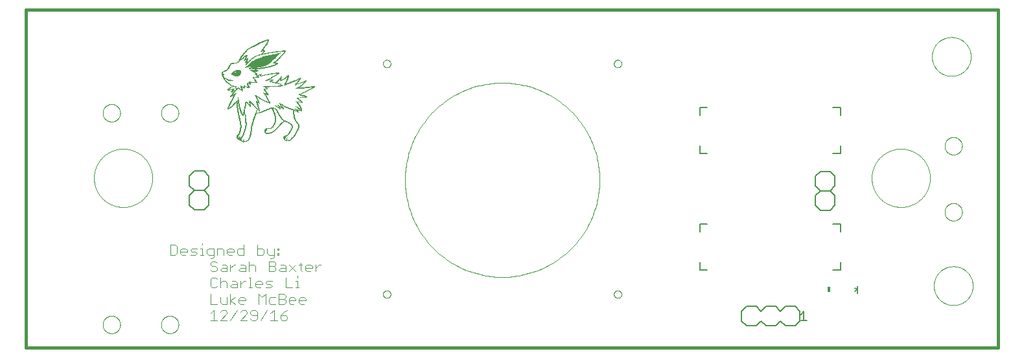
<source format=gto>
G75*
%MOIN*%
%OFA0B0*%
%FSLAX25Y25*%
%IPPOS*%
%LPD*%
%AMOC8*
5,1,8,0,0,1.08239X$1,22.5*
%
%ADD10C,0.01600*%
%ADD11C,0.00000*%
%ADD12C,0.00400*%
%ADD13R,0.00700X0.00175*%
%ADD14R,0.02450X0.00175*%
%ADD15R,0.00525X0.00175*%
%ADD16R,0.00350X0.00175*%
%ADD17R,0.00175X0.00175*%
%ADD18R,0.00875X0.00175*%
%ADD19R,0.02975X0.00175*%
%ADD20R,0.01225X0.00175*%
%ADD21R,0.01400X0.00175*%
%ADD22R,0.02100X0.00175*%
%ADD23R,0.03150X0.00175*%
%ADD24R,0.02275X0.00175*%
%ADD25R,0.01575X0.00175*%
%ADD26R,0.02800X0.00175*%
%ADD27R,0.02625X0.00175*%
%ADD28R,0.01050X0.00175*%
%ADD29R,0.01750X0.00175*%
%ADD30R,0.03500X0.00175*%
%ADD31R,0.01925X0.00175*%
%ADD32R,0.04725X0.00175*%
%ADD33R,0.05075X0.00175*%
%ADD34R,0.04025X0.00175*%
%ADD35R,0.07000X0.00175*%
%ADD36R,0.04900X0.00175*%
%ADD37R,0.03675X0.00175*%
%ADD38R,0.03325X0.00175*%
%ADD39R,0.04375X0.00175*%
%ADD40R,0.04550X0.00175*%
%ADD41R,0.04200X0.00175*%
%ADD42R,0.05250X0.00175*%
%ADD43R,0.03850X0.00175*%
%ADD44R,0.05425X0.00175*%
%ADD45R,0.05950X0.00175*%
%ADD46R,0.08575X0.00175*%
%ADD47R,0.09100X0.00175*%
%ADD48R,0.09275X0.00175*%
%ADD49R,0.09450X0.00175*%
%ADD50R,0.09625X0.00175*%
%ADD51R,0.09800X0.00175*%
%ADD52R,0.09975X0.00175*%
%ADD53R,0.08925X0.00175*%
%ADD54R,0.08400X0.00175*%
%ADD55R,0.08050X0.00175*%
%ADD56R,0.07875X0.00175*%
%ADD57R,0.07525X0.00175*%
%ADD58R,0.06475X0.00175*%
%ADD59R,0.06125X0.00175*%
%ADD60C,0.00500*%
%ADD61C,0.00600*%
%ADD62C,0.00800*%
%ADD63R,0.01500X0.03000*%
D10*
X0128333Y0033333D02*
X0128333Y0207333D01*
X0628333Y0207333D01*
X0628333Y0033333D01*
X0128333Y0033333D01*
D11*
X0167833Y0045333D02*
X0167835Y0045467D01*
X0167841Y0045601D01*
X0167851Y0045734D01*
X0167865Y0045868D01*
X0167883Y0046001D01*
X0167905Y0046133D01*
X0167930Y0046264D01*
X0167960Y0046395D01*
X0167994Y0046525D01*
X0168031Y0046653D01*
X0168072Y0046781D01*
X0168117Y0046907D01*
X0168166Y0047032D01*
X0168218Y0047155D01*
X0168274Y0047277D01*
X0168334Y0047397D01*
X0168397Y0047515D01*
X0168464Y0047631D01*
X0168534Y0047745D01*
X0168608Y0047857D01*
X0168685Y0047967D01*
X0168765Y0048075D01*
X0168848Y0048180D01*
X0168934Y0048282D01*
X0169023Y0048382D01*
X0169116Y0048479D01*
X0169211Y0048574D01*
X0169309Y0048665D01*
X0169409Y0048754D01*
X0169512Y0048839D01*
X0169618Y0048922D01*
X0169726Y0049001D01*
X0169836Y0049077D01*
X0169949Y0049150D01*
X0170064Y0049219D01*
X0170180Y0049285D01*
X0170299Y0049347D01*
X0170419Y0049406D01*
X0170542Y0049461D01*
X0170665Y0049513D01*
X0170790Y0049560D01*
X0170917Y0049604D01*
X0171045Y0049645D01*
X0171174Y0049681D01*
X0171304Y0049714D01*
X0171435Y0049742D01*
X0171566Y0049767D01*
X0171699Y0049788D01*
X0171832Y0049805D01*
X0171965Y0049818D01*
X0172099Y0049827D01*
X0172233Y0049832D01*
X0172367Y0049833D01*
X0172500Y0049830D01*
X0172634Y0049823D01*
X0172768Y0049812D01*
X0172901Y0049797D01*
X0173034Y0049778D01*
X0173166Y0049755D01*
X0173297Y0049729D01*
X0173427Y0049698D01*
X0173557Y0049663D01*
X0173685Y0049625D01*
X0173812Y0049583D01*
X0173938Y0049537D01*
X0174063Y0049487D01*
X0174186Y0049434D01*
X0174307Y0049377D01*
X0174427Y0049316D01*
X0174544Y0049252D01*
X0174660Y0049185D01*
X0174774Y0049114D01*
X0174885Y0049039D01*
X0174994Y0048962D01*
X0175101Y0048881D01*
X0175206Y0048797D01*
X0175307Y0048710D01*
X0175407Y0048620D01*
X0175503Y0048527D01*
X0175597Y0048431D01*
X0175688Y0048332D01*
X0175775Y0048231D01*
X0175860Y0048127D01*
X0175942Y0048021D01*
X0176020Y0047913D01*
X0176095Y0047802D01*
X0176167Y0047689D01*
X0176236Y0047573D01*
X0176301Y0047456D01*
X0176362Y0047337D01*
X0176420Y0047216D01*
X0176474Y0047094D01*
X0176525Y0046970D01*
X0176572Y0046844D01*
X0176615Y0046717D01*
X0176654Y0046589D01*
X0176690Y0046460D01*
X0176721Y0046330D01*
X0176749Y0046199D01*
X0176773Y0046067D01*
X0176793Y0045934D01*
X0176809Y0045801D01*
X0176821Y0045668D01*
X0176829Y0045534D01*
X0176833Y0045400D01*
X0176833Y0045266D01*
X0176829Y0045132D01*
X0176821Y0044998D01*
X0176809Y0044865D01*
X0176793Y0044732D01*
X0176773Y0044599D01*
X0176749Y0044467D01*
X0176721Y0044336D01*
X0176690Y0044206D01*
X0176654Y0044077D01*
X0176615Y0043949D01*
X0176572Y0043822D01*
X0176525Y0043696D01*
X0176474Y0043572D01*
X0176420Y0043450D01*
X0176362Y0043329D01*
X0176301Y0043210D01*
X0176236Y0043093D01*
X0176167Y0042977D01*
X0176095Y0042864D01*
X0176020Y0042753D01*
X0175942Y0042645D01*
X0175860Y0042539D01*
X0175775Y0042435D01*
X0175688Y0042334D01*
X0175597Y0042235D01*
X0175503Y0042139D01*
X0175407Y0042046D01*
X0175307Y0041956D01*
X0175206Y0041869D01*
X0175101Y0041785D01*
X0174994Y0041704D01*
X0174885Y0041627D01*
X0174774Y0041552D01*
X0174660Y0041481D01*
X0174544Y0041414D01*
X0174427Y0041350D01*
X0174307Y0041289D01*
X0174186Y0041232D01*
X0174063Y0041179D01*
X0173938Y0041129D01*
X0173812Y0041083D01*
X0173685Y0041041D01*
X0173557Y0041003D01*
X0173427Y0040968D01*
X0173297Y0040937D01*
X0173166Y0040911D01*
X0173034Y0040888D01*
X0172901Y0040869D01*
X0172768Y0040854D01*
X0172634Y0040843D01*
X0172500Y0040836D01*
X0172367Y0040833D01*
X0172233Y0040834D01*
X0172099Y0040839D01*
X0171965Y0040848D01*
X0171832Y0040861D01*
X0171699Y0040878D01*
X0171566Y0040899D01*
X0171435Y0040924D01*
X0171304Y0040952D01*
X0171174Y0040985D01*
X0171045Y0041021D01*
X0170917Y0041062D01*
X0170790Y0041106D01*
X0170665Y0041153D01*
X0170542Y0041205D01*
X0170419Y0041260D01*
X0170299Y0041319D01*
X0170180Y0041381D01*
X0170064Y0041447D01*
X0169949Y0041516D01*
X0169836Y0041589D01*
X0169726Y0041665D01*
X0169618Y0041744D01*
X0169512Y0041827D01*
X0169409Y0041912D01*
X0169309Y0042001D01*
X0169211Y0042092D01*
X0169116Y0042187D01*
X0169023Y0042284D01*
X0168934Y0042384D01*
X0168848Y0042486D01*
X0168765Y0042591D01*
X0168685Y0042699D01*
X0168608Y0042809D01*
X0168534Y0042921D01*
X0168464Y0043035D01*
X0168397Y0043151D01*
X0168334Y0043269D01*
X0168274Y0043389D01*
X0168218Y0043511D01*
X0168166Y0043634D01*
X0168117Y0043759D01*
X0168072Y0043885D01*
X0168031Y0044013D01*
X0167994Y0044141D01*
X0167960Y0044271D01*
X0167930Y0044402D01*
X0167905Y0044533D01*
X0167883Y0044665D01*
X0167865Y0044798D01*
X0167851Y0044932D01*
X0167841Y0045065D01*
X0167835Y0045199D01*
X0167833Y0045333D01*
X0197833Y0045333D02*
X0197835Y0045467D01*
X0197841Y0045601D01*
X0197851Y0045734D01*
X0197865Y0045868D01*
X0197883Y0046001D01*
X0197905Y0046133D01*
X0197930Y0046264D01*
X0197960Y0046395D01*
X0197994Y0046525D01*
X0198031Y0046653D01*
X0198072Y0046781D01*
X0198117Y0046907D01*
X0198166Y0047032D01*
X0198218Y0047155D01*
X0198274Y0047277D01*
X0198334Y0047397D01*
X0198397Y0047515D01*
X0198464Y0047631D01*
X0198534Y0047745D01*
X0198608Y0047857D01*
X0198685Y0047967D01*
X0198765Y0048075D01*
X0198848Y0048180D01*
X0198934Y0048282D01*
X0199023Y0048382D01*
X0199116Y0048479D01*
X0199211Y0048574D01*
X0199309Y0048665D01*
X0199409Y0048754D01*
X0199512Y0048839D01*
X0199618Y0048922D01*
X0199726Y0049001D01*
X0199836Y0049077D01*
X0199949Y0049150D01*
X0200064Y0049219D01*
X0200180Y0049285D01*
X0200299Y0049347D01*
X0200419Y0049406D01*
X0200542Y0049461D01*
X0200665Y0049513D01*
X0200790Y0049560D01*
X0200917Y0049604D01*
X0201045Y0049645D01*
X0201174Y0049681D01*
X0201304Y0049714D01*
X0201435Y0049742D01*
X0201566Y0049767D01*
X0201699Y0049788D01*
X0201832Y0049805D01*
X0201965Y0049818D01*
X0202099Y0049827D01*
X0202233Y0049832D01*
X0202367Y0049833D01*
X0202500Y0049830D01*
X0202634Y0049823D01*
X0202768Y0049812D01*
X0202901Y0049797D01*
X0203034Y0049778D01*
X0203166Y0049755D01*
X0203297Y0049729D01*
X0203427Y0049698D01*
X0203557Y0049663D01*
X0203685Y0049625D01*
X0203812Y0049583D01*
X0203938Y0049537D01*
X0204063Y0049487D01*
X0204186Y0049434D01*
X0204307Y0049377D01*
X0204427Y0049316D01*
X0204544Y0049252D01*
X0204660Y0049185D01*
X0204774Y0049114D01*
X0204885Y0049039D01*
X0204994Y0048962D01*
X0205101Y0048881D01*
X0205206Y0048797D01*
X0205307Y0048710D01*
X0205407Y0048620D01*
X0205503Y0048527D01*
X0205597Y0048431D01*
X0205688Y0048332D01*
X0205775Y0048231D01*
X0205860Y0048127D01*
X0205942Y0048021D01*
X0206020Y0047913D01*
X0206095Y0047802D01*
X0206167Y0047689D01*
X0206236Y0047573D01*
X0206301Y0047456D01*
X0206362Y0047337D01*
X0206420Y0047216D01*
X0206474Y0047094D01*
X0206525Y0046970D01*
X0206572Y0046844D01*
X0206615Y0046717D01*
X0206654Y0046589D01*
X0206690Y0046460D01*
X0206721Y0046330D01*
X0206749Y0046199D01*
X0206773Y0046067D01*
X0206793Y0045934D01*
X0206809Y0045801D01*
X0206821Y0045668D01*
X0206829Y0045534D01*
X0206833Y0045400D01*
X0206833Y0045266D01*
X0206829Y0045132D01*
X0206821Y0044998D01*
X0206809Y0044865D01*
X0206793Y0044732D01*
X0206773Y0044599D01*
X0206749Y0044467D01*
X0206721Y0044336D01*
X0206690Y0044206D01*
X0206654Y0044077D01*
X0206615Y0043949D01*
X0206572Y0043822D01*
X0206525Y0043696D01*
X0206474Y0043572D01*
X0206420Y0043450D01*
X0206362Y0043329D01*
X0206301Y0043210D01*
X0206236Y0043093D01*
X0206167Y0042977D01*
X0206095Y0042864D01*
X0206020Y0042753D01*
X0205942Y0042645D01*
X0205860Y0042539D01*
X0205775Y0042435D01*
X0205688Y0042334D01*
X0205597Y0042235D01*
X0205503Y0042139D01*
X0205407Y0042046D01*
X0205307Y0041956D01*
X0205206Y0041869D01*
X0205101Y0041785D01*
X0204994Y0041704D01*
X0204885Y0041627D01*
X0204774Y0041552D01*
X0204660Y0041481D01*
X0204544Y0041414D01*
X0204427Y0041350D01*
X0204307Y0041289D01*
X0204186Y0041232D01*
X0204063Y0041179D01*
X0203938Y0041129D01*
X0203812Y0041083D01*
X0203685Y0041041D01*
X0203557Y0041003D01*
X0203427Y0040968D01*
X0203297Y0040937D01*
X0203166Y0040911D01*
X0203034Y0040888D01*
X0202901Y0040869D01*
X0202768Y0040854D01*
X0202634Y0040843D01*
X0202500Y0040836D01*
X0202367Y0040833D01*
X0202233Y0040834D01*
X0202099Y0040839D01*
X0201965Y0040848D01*
X0201832Y0040861D01*
X0201699Y0040878D01*
X0201566Y0040899D01*
X0201435Y0040924D01*
X0201304Y0040952D01*
X0201174Y0040985D01*
X0201045Y0041021D01*
X0200917Y0041062D01*
X0200790Y0041106D01*
X0200665Y0041153D01*
X0200542Y0041205D01*
X0200419Y0041260D01*
X0200299Y0041319D01*
X0200180Y0041381D01*
X0200064Y0041447D01*
X0199949Y0041516D01*
X0199836Y0041589D01*
X0199726Y0041665D01*
X0199618Y0041744D01*
X0199512Y0041827D01*
X0199409Y0041912D01*
X0199309Y0042001D01*
X0199211Y0042092D01*
X0199116Y0042187D01*
X0199023Y0042284D01*
X0198934Y0042384D01*
X0198848Y0042486D01*
X0198765Y0042591D01*
X0198685Y0042699D01*
X0198608Y0042809D01*
X0198534Y0042921D01*
X0198464Y0043035D01*
X0198397Y0043151D01*
X0198334Y0043269D01*
X0198274Y0043389D01*
X0198218Y0043511D01*
X0198166Y0043634D01*
X0198117Y0043759D01*
X0198072Y0043885D01*
X0198031Y0044013D01*
X0197994Y0044141D01*
X0197960Y0044271D01*
X0197930Y0044402D01*
X0197905Y0044533D01*
X0197883Y0044665D01*
X0197865Y0044798D01*
X0197851Y0044932D01*
X0197841Y0045065D01*
X0197835Y0045199D01*
X0197833Y0045333D01*
X0312005Y0060958D02*
X0312007Y0061046D01*
X0312013Y0061134D01*
X0312023Y0061222D01*
X0312037Y0061309D01*
X0312055Y0061396D01*
X0312076Y0061481D01*
X0312102Y0061566D01*
X0312131Y0061649D01*
X0312164Y0061731D01*
X0312201Y0061811D01*
X0312241Y0061890D01*
X0312285Y0061966D01*
X0312333Y0062041D01*
X0312383Y0062113D01*
X0312437Y0062183D01*
X0312494Y0062251D01*
X0312554Y0062315D01*
X0312617Y0062377D01*
X0312682Y0062437D01*
X0312750Y0062493D01*
X0312821Y0062546D01*
X0312894Y0062596D01*
X0312969Y0062642D01*
X0313046Y0062685D01*
X0313125Y0062724D01*
X0313206Y0062760D01*
X0313288Y0062792D01*
X0313371Y0062821D01*
X0313456Y0062845D01*
X0313542Y0062866D01*
X0313629Y0062883D01*
X0313716Y0062896D01*
X0313804Y0062905D01*
X0313892Y0062910D01*
X0313980Y0062911D01*
X0314068Y0062908D01*
X0314156Y0062901D01*
X0314244Y0062890D01*
X0314331Y0062875D01*
X0314417Y0062856D01*
X0314502Y0062834D01*
X0314587Y0062807D01*
X0314670Y0062777D01*
X0314751Y0062743D01*
X0314831Y0062705D01*
X0314909Y0062664D01*
X0314985Y0062619D01*
X0315059Y0062571D01*
X0315131Y0062520D01*
X0315200Y0062465D01*
X0315267Y0062407D01*
X0315331Y0062347D01*
X0315393Y0062283D01*
X0315451Y0062217D01*
X0315506Y0062148D01*
X0315559Y0062077D01*
X0315607Y0062004D01*
X0315653Y0061928D01*
X0315695Y0061851D01*
X0315734Y0061771D01*
X0315769Y0061690D01*
X0315800Y0061607D01*
X0315827Y0061524D01*
X0315851Y0061439D01*
X0315871Y0061353D01*
X0315887Y0061266D01*
X0315899Y0061178D01*
X0315907Y0061090D01*
X0315911Y0061002D01*
X0315911Y0060914D01*
X0315907Y0060826D01*
X0315899Y0060738D01*
X0315887Y0060650D01*
X0315871Y0060563D01*
X0315851Y0060477D01*
X0315827Y0060392D01*
X0315800Y0060309D01*
X0315769Y0060226D01*
X0315734Y0060145D01*
X0315695Y0060065D01*
X0315653Y0059988D01*
X0315607Y0059912D01*
X0315559Y0059839D01*
X0315506Y0059768D01*
X0315451Y0059699D01*
X0315393Y0059633D01*
X0315331Y0059569D01*
X0315267Y0059509D01*
X0315200Y0059451D01*
X0315131Y0059396D01*
X0315059Y0059345D01*
X0314985Y0059297D01*
X0314909Y0059252D01*
X0314831Y0059211D01*
X0314751Y0059173D01*
X0314670Y0059139D01*
X0314587Y0059109D01*
X0314502Y0059082D01*
X0314417Y0059060D01*
X0314331Y0059041D01*
X0314244Y0059026D01*
X0314156Y0059015D01*
X0314068Y0059008D01*
X0313980Y0059005D01*
X0313892Y0059006D01*
X0313804Y0059011D01*
X0313716Y0059020D01*
X0313629Y0059033D01*
X0313542Y0059050D01*
X0313456Y0059071D01*
X0313371Y0059095D01*
X0313288Y0059124D01*
X0313206Y0059156D01*
X0313125Y0059192D01*
X0313046Y0059231D01*
X0312969Y0059274D01*
X0312894Y0059320D01*
X0312821Y0059370D01*
X0312750Y0059423D01*
X0312682Y0059479D01*
X0312617Y0059539D01*
X0312554Y0059601D01*
X0312494Y0059665D01*
X0312437Y0059733D01*
X0312383Y0059803D01*
X0312333Y0059875D01*
X0312285Y0059950D01*
X0312241Y0060026D01*
X0312201Y0060105D01*
X0312164Y0060185D01*
X0312131Y0060267D01*
X0312102Y0060350D01*
X0312076Y0060435D01*
X0312055Y0060520D01*
X0312037Y0060607D01*
X0312023Y0060694D01*
X0312013Y0060782D01*
X0312007Y0060870D01*
X0312005Y0060958D01*
X0430755Y0060958D02*
X0430757Y0061046D01*
X0430763Y0061134D01*
X0430773Y0061222D01*
X0430787Y0061309D01*
X0430805Y0061396D01*
X0430826Y0061481D01*
X0430852Y0061566D01*
X0430881Y0061649D01*
X0430914Y0061731D01*
X0430951Y0061811D01*
X0430991Y0061890D01*
X0431035Y0061966D01*
X0431083Y0062041D01*
X0431133Y0062113D01*
X0431187Y0062183D01*
X0431244Y0062251D01*
X0431304Y0062315D01*
X0431367Y0062377D01*
X0431432Y0062437D01*
X0431500Y0062493D01*
X0431571Y0062546D01*
X0431644Y0062596D01*
X0431719Y0062642D01*
X0431796Y0062685D01*
X0431875Y0062724D01*
X0431956Y0062760D01*
X0432038Y0062792D01*
X0432121Y0062821D01*
X0432206Y0062845D01*
X0432292Y0062866D01*
X0432379Y0062883D01*
X0432466Y0062896D01*
X0432554Y0062905D01*
X0432642Y0062910D01*
X0432730Y0062911D01*
X0432818Y0062908D01*
X0432906Y0062901D01*
X0432994Y0062890D01*
X0433081Y0062875D01*
X0433167Y0062856D01*
X0433252Y0062834D01*
X0433337Y0062807D01*
X0433420Y0062777D01*
X0433501Y0062743D01*
X0433581Y0062705D01*
X0433659Y0062664D01*
X0433735Y0062619D01*
X0433809Y0062571D01*
X0433881Y0062520D01*
X0433950Y0062465D01*
X0434017Y0062407D01*
X0434081Y0062347D01*
X0434143Y0062283D01*
X0434201Y0062217D01*
X0434256Y0062148D01*
X0434309Y0062077D01*
X0434357Y0062004D01*
X0434403Y0061928D01*
X0434445Y0061851D01*
X0434484Y0061771D01*
X0434519Y0061690D01*
X0434550Y0061607D01*
X0434577Y0061524D01*
X0434601Y0061439D01*
X0434621Y0061353D01*
X0434637Y0061266D01*
X0434649Y0061178D01*
X0434657Y0061090D01*
X0434661Y0061002D01*
X0434661Y0060914D01*
X0434657Y0060826D01*
X0434649Y0060738D01*
X0434637Y0060650D01*
X0434621Y0060563D01*
X0434601Y0060477D01*
X0434577Y0060392D01*
X0434550Y0060309D01*
X0434519Y0060226D01*
X0434484Y0060145D01*
X0434445Y0060065D01*
X0434403Y0059988D01*
X0434357Y0059912D01*
X0434309Y0059839D01*
X0434256Y0059768D01*
X0434201Y0059699D01*
X0434143Y0059633D01*
X0434081Y0059569D01*
X0434017Y0059509D01*
X0433950Y0059451D01*
X0433881Y0059396D01*
X0433809Y0059345D01*
X0433735Y0059297D01*
X0433659Y0059252D01*
X0433581Y0059211D01*
X0433501Y0059173D01*
X0433420Y0059139D01*
X0433337Y0059109D01*
X0433252Y0059082D01*
X0433167Y0059060D01*
X0433081Y0059041D01*
X0432994Y0059026D01*
X0432906Y0059015D01*
X0432818Y0059008D01*
X0432730Y0059005D01*
X0432642Y0059006D01*
X0432554Y0059011D01*
X0432466Y0059020D01*
X0432379Y0059033D01*
X0432292Y0059050D01*
X0432206Y0059071D01*
X0432121Y0059095D01*
X0432038Y0059124D01*
X0431956Y0059156D01*
X0431875Y0059192D01*
X0431796Y0059231D01*
X0431719Y0059274D01*
X0431644Y0059320D01*
X0431571Y0059370D01*
X0431500Y0059423D01*
X0431432Y0059479D01*
X0431367Y0059539D01*
X0431304Y0059601D01*
X0431244Y0059665D01*
X0431187Y0059733D01*
X0431133Y0059803D01*
X0431083Y0059875D01*
X0431035Y0059950D01*
X0430991Y0060026D01*
X0430951Y0060105D01*
X0430914Y0060185D01*
X0430881Y0060267D01*
X0430852Y0060350D01*
X0430826Y0060435D01*
X0430805Y0060520D01*
X0430787Y0060607D01*
X0430773Y0060694D01*
X0430763Y0060782D01*
X0430757Y0060870D01*
X0430755Y0060958D01*
X0595333Y0065333D02*
X0595336Y0065578D01*
X0595345Y0065824D01*
X0595360Y0066069D01*
X0595381Y0066313D01*
X0595408Y0066557D01*
X0595441Y0066800D01*
X0595480Y0067043D01*
X0595525Y0067284D01*
X0595576Y0067524D01*
X0595633Y0067763D01*
X0595695Y0068000D01*
X0595764Y0068236D01*
X0595838Y0068470D01*
X0595918Y0068702D01*
X0596003Y0068932D01*
X0596094Y0069160D01*
X0596191Y0069385D01*
X0596293Y0069609D01*
X0596401Y0069829D01*
X0596514Y0070047D01*
X0596632Y0070262D01*
X0596756Y0070474D01*
X0596884Y0070683D01*
X0597018Y0070889D01*
X0597157Y0071091D01*
X0597301Y0071290D01*
X0597450Y0071485D01*
X0597603Y0071677D01*
X0597761Y0071865D01*
X0597923Y0072049D01*
X0598091Y0072228D01*
X0598262Y0072404D01*
X0598438Y0072575D01*
X0598617Y0072743D01*
X0598801Y0072905D01*
X0598989Y0073063D01*
X0599181Y0073216D01*
X0599376Y0073365D01*
X0599575Y0073509D01*
X0599777Y0073648D01*
X0599983Y0073782D01*
X0600192Y0073910D01*
X0600404Y0074034D01*
X0600619Y0074152D01*
X0600837Y0074265D01*
X0601057Y0074373D01*
X0601281Y0074475D01*
X0601506Y0074572D01*
X0601734Y0074663D01*
X0601964Y0074748D01*
X0602196Y0074828D01*
X0602430Y0074902D01*
X0602666Y0074971D01*
X0602903Y0075033D01*
X0603142Y0075090D01*
X0603382Y0075141D01*
X0603623Y0075186D01*
X0603866Y0075225D01*
X0604109Y0075258D01*
X0604353Y0075285D01*
X0604597Y0075306D01*
X0604842Y0075321D01*
X0605088Y0075330D01*
X0605333Y0075333D01*
X0605578Y0075330D01*
X0605824Y0075321D01*
X0606069Y0075306D01*
X0606313Y0075285D01*
X0606557Y0075258D01*
X0606800Y0075225D01*
X0607043Y0075186D01*
X0607284Y0075141D01*
X0607524Y0075090D01*
X0607763Y0075033D01*
X0608000Y0074971D01*
X0608236Y0074902D01*
X0608470Y0074828D01*
X0608702Y0074748D01*
X0608932Y0074663D01*
X0609160Y0074572D01*
X0609385Y0074475D01*
X0609609Y0074373D01*
X0609829Y0074265D01*
X0610047Y0074152D01*
X0610262Y0074034D01*
X0610474Y0073910D01*
X0610683Y0073782D01*
X0610889Y0073648D01*
X0611091Y0073509D01*
X0611290Y0073365D01*
X0611485Y0073216D01*
X0611677Y0073063D01*
X0611865Y0072905D01*
X0612049Y0072743D01*
X0612228Y0072575D01*
X0612404Y0072404D01*
X0612575Y0072228D01*
X0612743Y0072049D01*
X0612905Y0071865D01*
X0613063Y0071677D01*
X0613216Y0071485D01*
X0613365Y0071290D01*
X0613509Y0071091D01*
X0613648Y0070889D01*
X0613782Y0070683D01*
X0613910Y0070474D01*
X0614034Y0070262D01*
X0614152Y0070047D01*
X0614265Y0069829D01*
X0614373Y0069609D01*
X0614475Y0069385D01*
X0614572Y0069160D01*
X0614663Y0068932D01*
X0614748Y0068702D01*
X0614828Y0068470D01*
X0614902Y0068236D01*
X0614971Y0068000D01*
X0615033Y0067763D01*
X0615090Y0067524D01*
X0615141Y0067284D01*
X0615186Y0067043D01*
X0615225Y0066800D01*
X0615258Y0066557D01*
X0615285Y0066313D01*
X0615306Y0066069D01*
X0615321Y0065824D01*
X0615330Y0065578D01*
X0615333Y0065333D01*
X0615330Y0065088D01*
X0615321Y0064842D01*
X0615306Y0064597D01*
X0615285Y0064353D01*
X0615258Y0064109D01*
X0615225Y0063866D01*
X0615186Y0063623D01*
X0615141Y0063382D01*
X0615090Y0063142D01*
X0615033Y0062903D01*
X0614971Y0062666D01*
X0614902Y0062430D01*
X0614828Y0062196D01*
X0614748Y0061964D01*
X0614663Y0061734D01*
X0614572Y0061506D01*
X0614475Y0061281D01*
X0614373Y0061057D01*
X0614265Y0060837D01*
X0614152Y0060619D01*
X0614034Y0060404D01*
X0613910Y0060192D01*
X0613782Y0059983D01*
X0613648Y0059777D01*
X0613509Y0059575D01*
X0613365Y0059376D01*
X0613216Y0059181D01*
X0613063Y0058989D01*
X0612905Y0058801D01*
X0612743Y0058617D01*
X0612575Y0058438D01*
X0612404Y0058262D01*
X0612228Y0058091D01*
X0612049Y0057923D01*
X0611865Y0057761D01*
X0611677Y0057603D01*
X0611485Y0057450D01*
X0611290Y0057301D01*
X0611091Y0057157D01*
X0610889Y0057018D01*
X0610683Y0056884D01*
X0610474Y0056756D01*
X0610262Y0056632D01*
X0610047Y0056514D01*
X0609829Y0056401D01*
X0609609Y0056293D01*
X0609385Y0056191D01*
X0609160Y0056094D01*
X0608932Y0056003D01*
X0608702Y0055918D01*
X0608470Y0055838D01*
X0608236Y0055764D01*
X0608000Y0055695D01*
X0607763Y0055633D01*
X0607524Y0055576D01*
X0607284Y0055525D01*
X0607043Y0055480D01*
X0606800Y0055441D01*
X0606557Y0055408D01*
X0606313Y0055381D01*
X0606069Y0055360D01*
X0605824Y0055345D01*
X0605578Y0055336D01*
X0605333Y0055333D01*
X0605088Y0055336D01*
X0604842Y0055345D01*
X0604597Y0055360D01*
X0604353Y0055381D01*
X0604109Y0055408D01*
X0603866Y0055441D01*
X0603623Y0055480D01*
X0603382Y0055525D01*
X0603142Y0055576D01*
X0602903Y0055633D01*
X0602666Y0055695D01*
X0602430Y0055764D01*
X0602196Y0055838D01*
X0601964Y0055918D01*
X0601734Y0056003D01*
X0601506Y0056094D01*
X0601281Y0056191D01*
X0601057Y0056293D01*
X0600837Y0056401D01*
X0600619Y0056514D01*
X0600404Y0056632D01*
X0600192Y0056756D01*
X0599983Y0056884D01*
X0599777Y0057018D01*
X0599575Y0057157D01*
X0599376Y0057301D01*
X0599181Y0057450D01*
X0598989Y0057603D01*
X0598801Y0057761D01*
X0598617Y0057923D01*
X0598438Y0058091D01*
X0598262Y0058262D01*
X0598091Y0058438D01*
X0597923Y0058617D01*
X0597761Y0058801D01*
X0597603Y0058989D01*
X0597450Y0059181D01*
X0597301Y0059376D01*
X0597157Y0059575D01*
X0597018Y0059777D01*
X0596884Y0059983D01*
X0596756Y0060192D01*
X0596632Y0060404D01*
X0596514Y0060619D01*
X0596401Y0060837D01*
X0596293Y0061057D01*
X0596191Y0061281D01*
X0596094Y0061506D01*
X0596003Y0061734D01*
X0595918Y0061964D01*
X0595838Y0062196D01*
X0595764Y0062430D01*
X0595695Y0062666D01*
X0595633Y0062903D01*
X0595576Y0063142D01*
X0595525Y0063382D01*
X0595480Y0063623D01*
X0595441Y0063866D01*
X0595408Y0064109D01*
X0595381Y0064353D01*
X0595360Y0064597D01*
X0595345Y0064842D01*
X0595336Y0065088D01*
X0595333Y0065333D01*
X0600833Y0103333D02*
X0600835Y0103467D01*
X0600841Y0103601D01*
X0600851Y0103734D01*
X0600865Y0103868D01*
X0600883Y0104001D01*
X0600905Y0104133D01*
X0600930Y0104264D01*
X0600960Y0104395D01*
X0600994Y0104525D01*
X0601031Y0104653D01*
X0601072Y0104781D01*
X0601117Y0104907D01*
X0601166Y0105032D01*
X0601218Y0105155D01*
X0601274Y0105277D01*
X0601334Y0105397D01*
X0601397Y0105515D01*
X0601464Y0105631D01*
X0601534Y0105745D01*
X0601608Y0105857D01*
X0601685Y0105967D01*
X0601765Y0106075D01*
X0601848Y0106180D01*
X0601934Y0106282D01*
X0602023Y0106382D01*
X0602116Y0106479D01*
X0602211Y0106574D01*
X0602309Y0106665D01*
X0602409Y0106754D01*
X0602512Y0106839D01*
X0602618Y0106922D01*
X0602726Y0107001D01*
X0602836Y0107077D01*
X0602949Y0107150D01*
X0603064Y0107219D01*
X0603180Y0107285D01*
X0603299Y0107347D01*
X0603419Y0107406D01*
X0603542Y0107461D01*
X0603665Y0107513D01*
X0603790Y0107560D01*
X0603917Y0107604D01*
X0604045Y0107645D01*
X0604174Y0107681D01*
X0604304Y0107714D01*
X0604435Y0107742D01*
X0604566Y0107767D01*
X0604699Y0107788D01*
X0604832Y0107805D01*
X0604965Y0107818D01*
X0605099Y0107827D01*
X0605233Y0107832D01*
X0605367Y0107833D01*
X0605500Y0107830D01*
X0605634Y0107823D01*
X0605768Y0107812D01*
X0605901Y0107797D01*
X0606034Y0107778D01*
X0606166Y0107755D01*
X0606297Y0107729D01*
X0606427Y0107698D01*
X0606557Y0107663D01*
X0606685Y0107625D01*
X0606812Y0107583D01*
X0606938Y0107537D01*
X0607063Y0107487D01*
X0607186Y0107434D01*
X0607307Y0107377D01*
X0607427Y0107316D01*
X0607544Y0107252D01*
X0607660Y0107185D01*
X0607774Y0107114D01*
X0607885Y0107039D01*
X0607994Y0106962D01*
X0608101Y0106881D01*
X0608206Y0106797D01*
X0608307Y0106710D01*
X0608407Y0106620D01*
X0608503Y0106527D01*
X0608597Y0106431D01*
X0608688Y0106332D01*
X0608775Y0106231D01*
X0608860Y0106127D01*
X0608942Y0106021D01*
X0609020Y0105913D01*
X0609095Y0105802D01*
X0609167Y0105689D01*
X0609236Y0105573D01*
X0609301Y0105456D01*
X0609362Y0105337D01*
X0609420Y0105216D01*
X0609474Y0105094D01*
X0609525Y0104970D01*
X0609572Y0104844D01*
X0609615Y0104717D01*
X0609654Y0104589D01*
X0609690Y0104460D01*
X0609721Y0104330D01*
X0609749Y0104199D01*
X0609773Y0104067D01*
X0609793Y0103934D01*
X0609809Y0103801D01*
X0609821Y0103668D01*
X0609829Y0103534D01*
X0609833Y0103400D01*
X0609833Y0103266D01*
X0609829Y0103132D01*
X0609821Y0102998D01*
X0609809Y0102865D01*
X0609793Y0102732D01*
X0609773Y0102599D01*
X0609749Y0102467D01*
X0609721Y0102336D01*
X0609690Y0102206D01*
X0609654Y0102077D01*
X0609615Y0101949D01*
X0609572Y0101822D01*
X0609525Y0101696D01*
X0609474Y0101572D01*
X0609420Y0101450D01*
X0609362Y0101329D01*
X0609301Y0101210D01*
X0609236Y0101093D01*
X0609167Y0100977D01*
X0609095Y0100864D01*
X0609020Y0100753D01*
X0608942Y0100645D01*
X0608860Y0100539D01*
X0608775Y0100435D01*
X0608688Y0100334D01*
X0608597Y0100235D01*
X0608503Y0100139D01*
X0608407Y0100046D01*
X0608307Y0099956D01*
X0608206Y0099869D01*
X0608101Y0099785D01*
X0607994Y0099704D01*
X0607885Y0099627D01*
X0607774Y0099552D01*
X0607660Y0099481D01*
X0607544Y0099414D01*
X0607427Y0099350D01*
X0607307Y0099289D01*
X0607186Y0099232D01*
X0607063Y0099179D01*
X0606938Y0099129D01*
X0606812Y0099083D01*
X0606685Y0099041D01*
X0606557Y0099003D01*
X0606427Y0098968D01*
X0606297Y0098937D01*
X0606166Y0098911D01*
X0606034Y0098888D01*
X0605901Y0098869D01*
X0605768Y0098854D01*
X0605634Y0098843D01*
X0605500Y0098836D01*
X0605367Y0098833D01*
X0605233Y0098834D01*
X0605099Y0098839D01*
X0604965Y0098848D01*
X0604832Y0098861D01*
X0604699Y0098878D01*
X0604566Y0098899D01*
X0604435Y0098924D01*
X0604304Y0098952D01*
X0604174Y0098985D01*
X0604045Y0099021D01*
X0603917Y0099062D01*
X0603790Y0099106D01*
X0603665Y0099153D01*
X0603542Y0099205D01*
X0603419Y0099260D01*
X0603299Y0099319D01*
X0603180Y0099381D01*
X0603064Y0099447D01*
X0602949Y0099516D01*
X0602836Y0099589D01*
X0602726Y0099665D01*
X0602618Y0099744D01*
X0602512Y0099827D01*
X0602409Y0099912D01*
X0602309Y0100001D01*
X0602211Y0100092D01*
X0602116Y0100187D01*
X0602023Y0100284D01*
X0601934Y0100384D01*
X0601848Y0100486D01*
X0601765Y0100591D01*
X0601685Y0100699D01*
X0601608Y0100809D01*
X0601534Y0100921D01*
X0601464Y0101035D01*
X0601397Y0101151D01*
X0601334Y0101269D01*
X0601274Y0101389D01*
X0601218Y0101511D01*
X0601166Y0101634D01*
X0601117Y0101759D01*
X0601072Y0101885D01*
X0601031Y0102013D01*
X0600994Y0102141D01*
X0600960Y0102271D01*
X0600930Y0102402D01*
X0600905Y0102533D01*
X0600883Y0102665D01*
X0600865Y0102798D01*
X0600851Y0102932D01*
X0600841Y0103065D01*
X0600835Y0103199D01*
X0600833Y0103333D01*
X0563333Y0120833D02*
X0563338Y0121201D01*
X0563351Y0121569D01*
X0563374Y0121936D01*
X0563405Y0122303D01*
X0563446Y0122669D01*
X0563495Y0123034D01*
X0563554Y0123397D01*
X0563621Y0123759D01*
X0563697Y0124120D01*
X0563783Y0124478D01*
X0563876Y0124834D01*
X0563979Y0125187D01*
X0564090Y0125538D01*
X0564210Y0125886D01*
X0564338Y0126231D01*
X0564475Y0126573D01*
X0564620Y0126912D01*
X0564773Y0127246D01*
X0564935Y0127577D01*
X0565104Y0127904D01*
X0565282Y0128226D01*
X0565467Y0128545D01*
X0565660Y0128858D01*
X0565861Y0129167D01*
X0566069Y0129470D01*
X0566285Y0129768D01*
X0566508Y0130061D01*
X0566738Y0130349D01*
X0566975Y0130631D01*
X0567219Y0130906D01*
X0567469Y0131176D01*
X0567726Y0131440D01*
X0567990Y0131697D01*
X0568260Y0131947D01*
X0568535Y0132191D01*
X0568817Y0132428D01*
X0569105Y0132658D01*
X0569398Y0132881D01*
X0569696Y0133097D01*
X0569999Y0133305D01*
X0570308Y0133506D01*
X0570621Y0133699D01*
X0570940Y0133884D01*
X0571262Y0134062D01*
X0571589Y0134231D01*
X0571920Y0134393D01*
X0572254Y0134546D01*
X0572593Y0134691D01*
X0572935Y0134828D01*
X0573280Y0134956D01*
X0573628Y0135076D01*
X0573979Y0135187D01*
X0574332Y0135290D01*
X0574688Y0135383D01*
X0575046Y0135469D01*
X0575407Y0135545D01*
X0575769Y0135612D01*
X0576132Y0135671D01*
X0576497Y0135720D01*
X0576863Y0135761D01*
X0577230Y0135792D01*
X0577597Y0135815D01*
X0577965Y0135828D01*
X0578333Y0135833D01*
X0578701Y0135828D01*
X0579069Y0135815D01*
X0579436Y0135792D01*
X0579803Y0135761D01*
X0580169Y0135720D01*
X0580534Y0135671D01*
X0580897Y0135612D01*
X0581259Y0135545D01*
X0581620Y0135469D01*
X0581978Y0135383D01*
X0582334Y0135290D01*
X0582687Y0135187D01*
X0583038Y0135076D01*
X0583386Y0134956D01*
X0583731Y0134828D01*
X0584073Y0134691D01*
X0584412Y0134546D01*
X0584746Y0134393D01*
X0585077Y0134231D01*
X0585404Y0134062D01*
X0585726Y0133884D01*
X0586045Y0133699D01*
X0586358Y0133506D01*
X0586667Y0133305D01*
X0586970Y0133097D01*
X0587268Y0132881D01*
X0587561Y0132658D01*
X0587849Y0132428D01*
X0588131Y0132191D01*
X0588406Y0131947D01*
X0588676Y0131697D01*
X0588940Y0131440D01*
X0589197Y0131176D01*
X0589447Y0130906D01*
X0589691Y0130631D01*
X0589928Y0130349D01*
X0590158Y0130061D01*
X0590381Y0129768D01*
X0590597Y0129470D01*
X0590805Y0129167D01*
X0591006Y0128858D01*
X0591199Y0128545D01*
X0591384Y0128226D01*
X0591562Y0127904D01*
X0591731Y0127577D01*
X0591893Y0127246D01*
X0592046Y0126912D01*
X0592191Y0126573D01*
X0592328Y0126231D01*
X0592456Y0125886D01*
X0592576Y0125538D01*
X0592687Y0125187D01*
X0592790Y0124834D01*
X0592883Y0124478D01*
X0592969Y0124120D01*
X0593045Y0123759D01*
X0593112Y0123397D01*
X0593171Y0123034D01*
X0593220Y0122669D01*
X0593261Y0122303D01*
X0593292Y0121936D01*
X0593315Y0121569D01*
X0593328Y0121201D01*
X0593333Y0120833D01*
X0593328Y0120465D01*
X0593315Y0120097D01*
X0593292Y0119730D01*
X0593261Y0119363D01*
X0593220Y0118997D01*
X0593171Y0118632D01*
X0593112Y0118269D01*
X0593045Y0117907D01*
X0592969Y0117546D01*
X0592883Y0117188D01*
X0592790Y0116832D01*
X0592687Y0116479D01*
X0592576Y0116128D01*
X0592456Y0115780D01*
X0592328Y0115435D01*
X0592191Y0115093D01*
X0592046Y0114754D01*
X0591893Y0114420D01*
X0591731Y0114089D01*
X0591562Y0113762D01*
X0591384Y0113440D01*
X0591199Y0113121D01*
X0591006Y0112808D01*
X0590805Y0112499D01*
X0590597Y0112196D01*
X0590381Y0111898D01*
X0590158Y0111605D01*
X0589928Y0111317D01*
X0589691Y0111035D01*
X0589447Y0110760D01*
X0589197Y0110490D01*
X0588940Y0110226D01*
X0588676Y0109969D01*
X0588406Y0109719D01*
X0588131Y0109475D01*
X0587849Y0109238D01*
X0587561Y0109008D01*
X0587268Y0108785D01*
X0586970Y0108569D01*
X0586667Y0108361D01*
X0586358Y0108160D01*
X0586045Y0107967D01*
X0585726Y0107782D01*
X0585404Y0107604D01*
X0585077Y0107435D01*
X0584746Y0107273D01*
X0584412Y0107120D01*
X0584073Y0106975D01*
X0583731Y0106838D01*
X0583386Y0106710D01*
X0583038Y0106590D01*
X0582687Y0106479D01*
X0582334Y0106376D01*
X0581978Y0106283D01*
X0581620Y0106197D01*
X0581259Y0106121D01*
X0580897Y0106054D01*
X0580534Y0105995D01*
X0580169Y0105946D01*
X0579803Y0105905D01*
X0579436Y0105874D01*
X0579069Y0105851D01*
X0578701Y0105838D01*
X0578333Y0105833D01*
X0577965Y0105838D01*
X0577597Y0105851D01*
X0577230Y0105874D01*
X0576863Y0105905D01*
X0576497Y0105946D01*
X0576132Y0105995D01*
X0575769Y0106054D01*
X0575407Y0106121D01*
X0575046Y0106197D01*
X0574688Y0106283D01*
X0574332Y0106376D01*
X0573979Y0106479D01*
X0573628Y0106590D01*
X0573280Y0106710D01*
X0572935Y0106838D01*
X0572593Y0106975D01*
X0572254Y0107120D01*
X0571920Y0107273D01*
X0571589Y0107435D01*
X0571262Y0107604D01*
X0570940Y0107782D01*
X0570621Y0107967D01*
X0570308Y0108160D01*
X0569999Y0108361D01*
X0569696Y0108569D01*
X0569398Y0108785D01*
X0569105Y0109008D01*
X0568817Y0109238D01*
X0568535Y0109475D01*
X0568260Y0109719D01*
X0567990Y0109969D01*
X0567726Y0110226D01*
X0567469Y0110490D01*
X0567219Y0110760D01*
X0566975Y0111035D01*
X0566738Y0111317D01*
X0566508Y0111605D01*
X0566285Y0111898D01*
X0566069Y0112196D01*
X0565861Y0112499D01*
X0565660Y0112808D01*
X0565467Y0113121D01*
X0565282Y0113440D01*
X0565104Y0113762D01*
X0564935Y0114089D01*
X0564773Y0114420D01*
X0564620Y0114754D01*
X0564475Y0115093D01*
X0564338Y0115435D01*
X0564210Y0115780D01*
X0564090Y0116128D01*
X0563979Y0116479D01*
X0563876Y0116832D01*
X0563783Y0117188D01*
X0563697Y0117546D01*
X0563621Y0117907D01*
X0563554Y0118269D01*
X0563495Y0118632D01*
X0563446Y0118997D01*
X0563405Y0119363D01*
X0563374Y0119730D01*
X0563351Y0120097D01*
X0563338Y0120465D01*
X0563333Y0120833D01*
X0600833Y0137333D02*
X0600835Y0137467D01*
X0600841Y0137601D01*
X0600851Y0137734D01*
X0600865Y0137868D01*
X0600883Y0138001D01*
X0600905Y0138133D01*
X0600930Y0138264D01*
X0600960Y0138395D01*
X0600994Y0138525D01*
X0601031Y0138653D01*
X0601072Y0138781D01*
X0601117Y0138907D01*
X0601166Y0139032D01*
X0601218Y0139155D01*
X0601274Y0139277D01*
X0601334Y0139397D01*
X0601397Y0139515D01*
X0601464Y0139631D01*
X0601534Y0139745D01*
X0601608Y0139857D01*
X0601685Y0139967D01*
X0601765Y0140075D01*
X0601848Y0140180D01*
X0601934Y0140282D01*
X0602023Y0140382D01*
X0602116Y0140479D01*
X0602211Y0140574D01*
X0602309Y0140665D01*
X0602409Y0140754D01*
X0602512Y0140839D01*
X0602618Y0140922D01*
X0602726Y0141001D01*
X0602836Y0141077D01*
X0602949Y0141150D01*
X0603064Y0141219D01*
X0603180Y0141285D01*
X0603299Y0141347D01*
X0603419Y0141406D01*
X0603542Y0141461D01*
X0603665Y0141513D01*
X0603790Y0141560D01*
X0603917Y0141604D01*
X0604045Y0141645D01*
X0604174Y0141681D01*
X0604304Y0141714D01*
X0604435Y0141742D01*
X0604566Y0141767D01*
X0604699Y0141788D01*
X0604832Y0141805D01*
X0604965Y0141818D01*
X0605099Y0141827D01*
X0605233Y0141832D01*
X0605367Y0141833D01*
X0605500Y0141830D01*
X0605634Y0141823D01*
X0605768Y0141812D01*
X0605901Y0141797D01*
X0606034Y0141778D01*
X0606166Y0141755D01*
X0606297Y0141729D01*
X0606427Y0141698D01*
X0606557Y0141663D01*
X0606685Y0141625D01*
X0606812Y0141583D01*
X0606938Y0141537D01*
X0607063Y0141487D01*
X0607186Y0141434D01*
X0607307Y0141377D01*
X0607427Y0141316D01*
X0607544Y0141252D01*
X0607660Y0141185D01*
X0607774Y0141114D01*
X0607885Y0141039D01*
X0607994Y0140962D01*
X0608101Y0140881D01*
X0608206Y0140797D01*
X0608307Y0140710D01*
X0608407Y0140620D01*
X0608503Y0140527D01*
X0608597Y0140431D01*
X0608688Y0140332D01*
X0608775Y0140231D01*
X0608860Y0140127D01*
X0608942Y0140021D01*
X0609020Y0139913D01*
X0609095Y0139802D01*
X0609167Y0139689D01*
X0609236Y0139573D01*
X0609301Y0139456D01*
X0609362Y0139337D01*
X0609420Y0139216D01*
X0609474Y0139094D01*
X0609525Y0138970D01*
X0609572Y0138844D01*
X0609615Y0138717D01*
X0609654Y0138589D01*
X0609690Y0138460D01*
X0609721Y0138330D01*
X0609749Y0138199D01*
X0609773Y0138067D01*
X0609793Y0137934D01*
X0609809Y0137801D01*
X0609821Y0137668D01*
X0609829Y0137534D01*
X0609833Y0137400D01*
X0609833Y0137266D01*
X0609829Y0137132D01*
X0609821Y0136998D01*
X0609809Y0136865D01*
X0609793Y0136732D01*
X0609773Y0136599D01*
X0609749Y0136467D01*
X0609721Y0136336D01*
X0609690Y0136206D01*
X0609654Y0136077D01*
X0609615Y0135949D01*
X0609572Y0135822D01*
X0609525Y0135696D01*
X0609474Y0135572D01*
X0609420Y0135450D01*
X0609362Y0135329D01*
X0609301Y0135210D01*
X0609236Y0135093D01*
X0609167Y0134977D01*
X0609095Y0134864D01*
X0609020Y0134753D01*
X0608942Y0134645D01*
X0608860Y0134539D01*
X0608775Y0134435D01*
X0608688Y0134334D01*
X0608597Y0134235D01*
X0608503Y0134139D01*
X0608407Y0134046D01*
X0608307Y0133956D01*
X0608206Y0133869D01*
X0608101Y0133785D01*
X0607994Y0133704D01*
X0607885Y0133627D01*
X0607774Y0133552D01*
X0607660Y0133481D01*
X0607544Y0133414D01*
X0607427Y0133350D01*
X0607307Y0133289D01*
X0607186Y0133232D01*
X0607063Y0133179D01*
X0606938Y0133129D01*
X0606812Y0133083D01*
X0606685Y0133041D01*
X0606557Y0133003D01*
X0606427Y0132968D01*
X0606297Y0132937D01*
X0606166Y0132911D01*
X0606034Y0132888D01*
X0605901Y0132869D01*
X0605768Y0132854D01*
X0605634Y0132843D01*
X0605500Y0132836D01*
X0605367Y0132833D01*
X0605233Y0132834D01*
X0605099Y0132839D01*
X0604965Y0132848D01*
X0604832Y0132861D01*
X0604699Y0132878D01*
X0604566Y0132899D01*
X0604435Y0132924D01*
X0604304Y0132952D01*
X0604174Y0132985D01*
X0604045Y0133021D01*
X0603917Y0133062D01*
X0603790Y0133106D01*
X0603665Y0133153D01*
X0603542Y0133205D01*
X0603419Y0133260D01*
X0603299Y0133319D01*
X0603180Y0133381D01*
X0603064Y0133447D01*
X0602949Y0133516D01*
X0602836Y0133589D01*
X0602726Y0133665D01*
X0602618Y0133744D01*
X0602512Y0133827D01*
X0602409Y0133912D01*
X0602309Y0134001D01*
X0602211Y0134092D01*
X0602116Y0134187D01*
X0602023Y0134284D01*
X0601934Y0134384D01*
X0601848Y0134486D01*
X0601765Y0134591D01*
X0601685Y0134699D01*
X0601608Y0134809D01*
X0601534Y0134921D01*
X0601464Y0135035D01*
X0601397Y0135151D01*
X0601334Y0135269D01*
X0601274Y0135389D01*
X0601218Y0135511D01*
X0601166Y0135634D01*
X0601117Y0135759D01*
X0601072Y0135885D01*
X0601031Y0136013D01*
X0600994Y0136141D01*
X0600960Y0136271D01*
X0600930Y0136402D01*
X0600905Y0136533D01*
X0600883Y0136665D01*
X0600865Y0136798D01*
X0600851Y0136932D01*
X0600841Y0137065D01*
X0600835Y0137199D01*
X0600833Y0137333D01*
X0594333Y0183333D02*
X0594336Y0183578D01*
X0594345Y0183824D01*
X0594360Y0184069D01*
X0594381Y0184313D01*
X0594408Y0184557D01*
X0594441Y0184800D01*
X0594480Y0185043D01*
X0594525Y0185284D01*
X0594576Y0185524D01*
X0594633Y0185763D01*
X0594695Y0186000D01*
X0594764Y0186236D01*
X0594838Y0186470D01*
X0594918Y0186702D01*
X0595003Y0186932D01*
X0595094Y0187160D01*
X0595191Y0187385D01*
X0595293Y0187609D01*
X0595401Y0187829D01*
X0595514Y0188047D01*
X0595632Y0188262D01*
X0595756Y0188474D01*
X0595884Y0188683D01*
X0596018Y0188889D01*
X0596157Y0189091D01*
X0596301Y0189290D01*
X0596450Y0189485D01*
X0596603Y0189677D01*
X0596761Y0189865D01*
X0596923Y0190049D01*
X0597091Y0190228D01*
X0597262Y0190404D01*
X0597438Y0190575D01*
X0597617Y0190743D01*
X0597801Y0190905D01*
X0597989Y0191063D01*
X0598181Y0191216D01*
X0598376Y0191365D01*
X0598575Y0191509D01*
X0598777Y0191648D01*
X0598983Y0191782D01*
X0599192Y0191910D01*
X0599404Y0192034D01*
X0599619Y0192152D01*
X0599837Y0192265D01*
X0600057Y0192373D01*
X0600281Y0192475D01*
X0600506Y0192572D01*
X0600734Y0192663D01*
X0600964Y0192748D01*
X0601196Y0192828D01*
X0601430Y0192902D01*
X0601666Y0192971D01*
X0601903Y0193033D01*
X0602142Y0193090D01*
X0602382Y0193141D01*
X0602623Y0193186D01*
X0602866Y0193225D01*
X0603109Y0193258D01*
X0603353Y0193285D01*
X0603597Y0193306D01*
X0603842Y0193321D01*
X0604088Y0193330D01*
X0604333Y0193333D01*
X0604578Y0193330D01*
X0604824Y0193321D01*
X0605069Y0193306D01*
X0605313Y0193285D01*
X0605557Y0193258D01*
X0605800Y0193225D01*
X0606043Y0193186D01*
X0606284Y0193141D01*
X0606524Y0193090D01*
X0606763Y0193033D01*
X0607000Y0192971D01*
X0607236Y0192902D01*
X0607470Y0192828D01*
X0607702Y0192748D01*
X0607932Y0192663D01*
X0608160Y0192572D01*
X0608385Y0192475D01*
X0608609Y0192373D01*
X0608829Y0192265D01*
X0609047Y0192152D01*
X0609262Y0192034D01*
X0609474Y0191910D01*
X0609683Y0191782D01*
X0609889Y0191648D01*
X0610091Y0191509D01*
X0610290Y0191365D01*
X0610485Y0191216D01*
X0610677Y0191063D01*
X0610865Y0190905D01*
X0611049Y0190743D01*
X0611228Y0190575D01*
X0611404Y0190404D01*
X0611575Y0190228D01*
X0611743Y0190049D01*
X0611905Y0189865D01*
X0612063Y0189677D01*
X0612216Y0189485D01*
X0612365Y0189290D01*
X0612509Y0189091D01*
X0612648Y0188889D01*
X0612782Y0188683D01*
X0612910Y0188474D01*
X0613034Y0188262D01*
X0613152Y0188047D01*
X0613265Y0187829D01*
X0613373Y0187609D01*
X0613475Y0187385D01*
X0613572Y0187160D01*
X0613663Y0186932D01*
X0613748Y0186702D01*
X0613828Y0186470D01*
X0613902Y0186236D01*
X0613971Y0186000D01*
X0614033Y0185763D01*
X0614090Y0185524D01*
X0614141Y0185284D01*
X0614186Y0185043D01*
X0614225Y0184800D01*
X0614258Y0184557D01*
X0614285Y0184313D01*
X0614306Y0184069D01*
X0614321Y0183824D01*
X0614330Y0183578D01*
X0614333Y0183333D01*
X0614330Y0183088D01*
X0614321Y0182842D01*
X0614306Y0182597D01*
X0614285Y0182353D01*
X0614258Y0182109D01*
X0614225Y0181866D01*
X0614186Y0181623D01*
X0614141Y0181382D01*
X0614090Y0181142D01*
X0614033Y0180903D01*
X0613971Y0180666D01*
X0613902Y0180430D01*
X0613828Y0180196D01*
X0613748Y0179964D01*
X0613663Y0179734D01*
X0613572Y0179506D01*
X0613475Y0179281D01*
X0613373Y0179057D01*
X0613265Y0178837D01*
X0613152Y0178619D01*
X0613034Y0178404D01*
X0612910Y0178192D01*
X0612782Y0177983D01*
X0612648Y0177777D01*
X0612509Y0177575D01*
X0612365Y0177376D01*
X0612216Y0177181D01*
X0612063Y0176989D01*
X0611905Y0176801D01*
X0611743Y0176617D01*
X0611575Y0176438D01*
X0611404Y0176262D01*
X0611228Y0176091D01*
X0611049Y0175923D01*
X0610865Y0175761D01*
X0610677Y0175603D01*
X0610485Y0175450D01*
X0610290Y0175301D01*
X0610091Y0175157D01*
X0609889Y0175018D01*
X0609683Y0174884D01*
X0609474Y0174756D01*
X0609262Y0174632D01*
X0609047Y0174514D01*
X0608829Y0174401D01*
X0608609Y0174293D01*
X0608385Y0174191D01*
X0608160Y0174094D01*
X0607932Y0174003D01*
X0607702Y0173918D01*
X0607470Y0173838D01*
X0607236Y0173764D01*
X0607000Y0173695D01*
X0606763Y0173633D01*
X0606524Y0173576D01*
X0606284Y0173525D01*
X0606043Y0173480D01*
X0605800Y0173441D01*
X0605557Y0173408D01*
X0605313Y0173381D01*
X0605069Y0173360D01*
X0604824Y0173345D01*
X0604578Y0173336D01*
X0604333Y0173333D01*
X0604088Y0173336D01*
X0603842Y0173345D01*
X0603597Y0173360D01*
X0603353Y0173381D01*
X0603109Y0173408D01*
X0602866Y0173441D01*
X0602623Y0173480D01*
X0602382Y0173525D01*
X0602142Y0173576D01*
X0601903Y0173633D01*
X0601666Y0173695D01*
X0601430Y0173764D01*
X0601196Y0173838D01*
X0600964Y0173918D01*
X0600734Y0174003D01*
X0600506Y0174094D01*
X0600281Y0174191D01*
X0600057Y0174293D01*
X0599837Y0174401D01*
X0599619Y0174514D01*
X0599404Y0174632D01*
X0599192Y0174756D01*
X0598983Y0174884D01*
X0598777Y0175018D01*
X0598575Y0175157D01*
X0598376Y0175301D01*
X0598181Y0175450D01*
X0597989Y0175603D01*
X0597801Y0175761D01*
X0597617Y0175923D01*
X0597438Y0176091D01*
X0597262Y0176262D01*
X0597091Y0176438D01*
X0596923Y0176617D01*
X0596761Y0176801D01*
X0596603Y0176989D01*
X0596450Y0177181D01*
X0596301Y0177376D01*
X0596157Y0177575D01*
X0596018Y0177777D01*
X0595884Y0177983D01*
X0595756Y0178192D01*
X0595632Y0178404D01*
X0595514Y0178619D01*
X0595401Y0178837D01*
X0595293Y0179057D01*
X0595191Y0179281D01*
X0595094Y0179506D01*
X0595003Y0179734D01*
X0594918Y0179964D01*
X0594838Y0180196D01*
X0594764Y0180430D01*
X0594695Y0180666D01*
X0594633Y0180903D01*
X0594576Y0181142D01*
X0594525Y0181382D01*
X0594480Y0181623D01*
X0594441Y0181866D01*
X0594408Y0182109D01*
X0594381Y0182353D01*
X0594360Y0182597D01*
X0594345Y0182842D01*
X0594336Y0183088D01*
X0594333Y0183333D01*
X0430755Y0179708D02*
X0430757Y0179796D01*
X0430763Y0179884D01*
X0430773Y0179972D01*
X0430787Y0180059D01*
X0430805Y0180146D01*
X0430826Y0180231D01*
X0430852Y0180316D01*
X0430881Y0180399D01*
X0430914Y0180481D01*
X0430951Y0180561D01*
X0430991Y0180640D01*
X0431035Y0180716D01*
X0431083Y0180791D01*
X0431133Y0180863D01*
X0431187Y0180933D01*
X0431244Y0181001D01*
X0431304Y0181065D01*
X0431367Y0181127D01*
X0431432Y0181187D01*
X0431500Y0181243D01*
X0431571Y0181296D01*
X0431644Y0181346D01*
X0431719Y0181392D01*
X0431796Y0181435D01*
X0431875Y0181474D01*
X0431956Y0181510D01*
X0432038Y0181542D01*
X0432121Y0181571D01*
X0432206Y0181595D01*
X0432292Y0181616D01*
X0432379Y0181633D01*
X0432466Y0181646D01*
X0432554Y0181655D01*
X0432642Y0181660D01*
X0432730Y0181661D01*
X0432818Y0181658D01*
X0432906Y0181651D01*
X0432994Y0181640D01*
X0433081Y0181625D01*
X0433167Y0181606D01*
X0433252Y0181584D01*
X0433337Y0181557D01*
X0433420Y0181527D01*
X0433501Y0181493D01*
X0433581Y0181455D01*
X0433659Y0181414D01*
X0433735Y0181369D01*
X0433809Y0181321D01*
X0433881Y0181270D01*
X0433950Y0181215D01*
X0434017Y0181157D01*
X0434081Y0181097D01*
X0434143Y0181033D01*
X0434201Y0180967D01*
X0434256Y0180898D01*
X0434309Y0180827D01*
X0434357Y0180754D01*
X0434403Y0180678D01*
X0434445Y0180601D01*
X0434484Y0180521D01*
X0434519Y0180440D01*
X0434550Y0180357D01*
X0434577Y0180274D01*
X0434601Y0180189D01*
X0434621Y0180103D01*
X0434637Y0180016D01*
X0434649Y0179928D01*
X0434657Y0179840D01*
X0434661Y0179752D01*
X0434661Y0179664D01*
X0434657Y0179576D01*
X0434649Y0179488D01*
X0434637Y0179400D01*
X0434621Y0179313D01*
X0434601Y0179227D01*
X0434577Y0179142D01*
X0434550Y0179059D01*
X0434519Y0178976D01*
X0434484Y0178895D01*
X0434445Y0178815D01*
X0434403Y0178738D01*
X0434357Y0178662D01*
X0434309Y0178589D01*
X0434256Y0178518D01*
X0434201Y0178449D01*
X0434143Y0178383D01*
X0434081Y0178319D01*
X0434017Y0178259D01*
X0433950Y0178201D01*
X0433881Y0178146D01*
X0433809Y0178095D01*
X0433735Y0178047D01*
X0433659Y0178002D01*
X0433581Y0177961D01*
X0433501Y0177923D01*
X0433420Y0177889D01*
X0433337Y0177859D01*
X0433252Y0177832D01*
X0433167Y0177810D01*
X0433081Y0177791D01*
X0432994Y0177776D01*
X0432906Y0177765D01*
X0432818Y0177758D01*
X0432730Y0177755D01*
X0432642Y0177756D01*
X0432554Y0177761D01*
X0432466Y0177770D01*
X0432379Y0177783D01*
X0432292Y0177800D01*
X0432206Y0177821D01*
X0432121Y0177845D01*
X0432038Y0177874D01*
X0431956Y0177906D01*
X0431875Y0177942D01*
X0431796Y0177981D01*
X0431719Y0178024D01*
X0431644Y0178070D01*
X0431571Y0178120D01*
X0431500Y0178173D01*
X0431432Y0178229D01*
X0431367Y0178289D01*
X0431304Y0178351D01*
X0431244Y0178415D01*
X0431187Y0178483D01*
X0431133Y0178553D01*
X0431083Y0178625D01*
X0431035Y0178700D01*
X0430991Y0178776D01*
X0430951Y0178855D01*
X0430914Y0178935D01*
X0430881Y0179017D01*
X0430852Y0179100D01*
X0430826Y0179185D01*
X0430805Y0179270D01*
X0430787Y0179357D01*
X0430773Y0179444D01*
X0430763Y0179532D01*
X0430757Y0179620D01*
X0430755Y0179708D01*
X0312005Y0179708D02*
X0312007Y0179796D01*
X0312013Y0179884D01*
X0312023Y0179972D01*
X0312037Y0180059D01*
X0312055Y0180146D01*
X0312076Y0180231D01*
X0312102Y0180316D01*
X0312131Y0180399D01*
X0312164Y0180481D01*
X0312201Y0180561D01*
X0312241Y0180640D01*
X0312285Y0180716D01*
X0312333Y0180791D01*
X0312383Y0180863D01*
X0312437Y0180933D01*
X0312494Y0181001D01*
X0312554Y0181065D01*
X0312617Y0181127D01*
X0312682Y0181187D01*
X0312750Y0181243D01*
X0312821Y0181296D01*
X0312894Y0181346D01*
X0312969Y0181392D01*
X0313046Y0181435D01*
X0313125Y0181474D01*
X0313206Y0181510D01*
X0313288Y0181542D01*
X0313371Y0181571D01*
X0313456Y0181595D01*
X0313542Y0181616D01*
X0313629Y0181633D01*
X0313716Y0181646D01*
X0313804Y0181655D01*
X0313892Y0181660D01*
X0313980Y0181661D01*
X0314068Y0181658D01*
X0314156Y0181651D01*
X0314244Y0181640D01*
X0314331Y0181625D01*
X0314417Y0181606D01*
X0314502Y0181584D01*
X0314587Y0181557D01*
X0314670Y0181527D01*
X0314751Y0181493D01*
X0314831Y0181455D01*
X0314909Y0181414D01*
X0314985Y0181369D01*
X0315059Y0181321D01*
X0315131Y0181270D01*
X0315200Y0181215D01*
X0315267Y0181157D01*
X0315331Y0181097D01*
X0315393Y0181033D01*
X0315451Y0180967D01*
X0315506Y0180898D01*
X0315559Y0180827D01*
X0315607Y0180754D01*
X0315653Y0180678D01*
X0315695Y0180601D01*
X0315734Y0180521D01*
X0315769Y0180440D01*
X0315800Y0180357D01*
X0315827Y0180274D01*
X0315851Y0180189D01*
X0315871Y0180103D01*
X0315887Y0180016D01*
X0315899Y0179928D01*
X0315907Y0179840D01*
X0315911Y0179752D01*
X0315911Y0179664D01*
X0315907Y0179576D01*
X0315899Y0179488D01*
X0315887Y0179400D01*
X0315871Y0179313D01*
X0315851Y0179227D01*
X0315827Y0179142D01*
X0315800Y0179059D01*
X0315769Y0178976D01*
X0315734Y0178895D01*
X0315695Y0178815D01*
X0315653Y0178738D01*
X0315607Y0178662D01*
X0315559Y0178589D01*
X0315506Y0178518D01*
X0315451Y0178449D01*
X0315393Y0178383D01*
X0315331Y0178319D01*
X0315267Y0178259D01*
X0315200Y0178201D01*
X0315131Y0178146D01*
X0315059Y0178095D01*
X0314985Y0178047D01*
X0314909Y0178002D01*
X0314831Y0177961D01*
X0314751Y0177923D01*
X0314670Y0177889D01*
X0314587Y0177859D01*
X0314502Y0177832D01*
X0314417Y0177810D01*
X0314331Y0177791D01*
X0314244Y0177776D01*
X0314156Y0177765D01*
X0314068Y0177758D01*
X0313980Y0177755D01*
X0313892Y0177756D01*
X0313804Y0177761D01*
X0313716Y0177770D01*
X0313629Y0177783D01*
X0313542Y0177800D01*
X0313456Y0177821D01*
X0313371Y0177845D01*
X0313288Y0177874D01*
X0313206Y0177906D01*
X0313125Y0177942D01*
X0313046Y0177981D01*
X0312969Y0178024D01*
X0312894Y0178070D01*
X0312821Y0178120D01*
X0312750Y0178173D01*
X0312682Y0178229D01*
X0312617Y0178289D01*
X0312554Y0178351D01*
X0312494Y0178415D01*
X0312437Y0178483D01*
X0312383Y0178553D01*
X0312333Y0178625D01*
X0312285Y0178700D01*
X0312241Y0178776D01*
X0312201Y0178855D01*
X0312164Y0178935D01*
X0312131Y0179017D01*
X0312102Y0179100D01*
X0312076Y0179185D01*
X0312055Y0179270D01*
X0312037Y0179357D01*
X0312023Y0179444D01*
X0312013Y0179532D01*
X0312007Y0179620D01*
X0312005Y0179708D01*
X0197833Y0154333D02*
X0197835Y0154467D01*
X0197841Y0154601D01*
X0197851Y0154734D01*
X0197865Y0154868D01*
X0197883Y0155001D01*
X0197905Y0155133D01*
X0197930Y0155264D01*
X0197960Y0155395D01*
X0197994Y0155525D01*
X0198031Y0155653D01*
X0198072Y0155781D01*
X0198117Y0155907D01*
X0198166Y0156032D01*
X0198218Y0156155D01*
X0198274Y0156277D01*
X0198334Y0156397D01*
X0198397Y0156515D01*
X0198464Y0156631D01*
X0198534Y0156745D01*
X0198608Y0156857D01*
X0198685Y0156967D01*
X0198765Y0157075D01*
X0198848Y0157180D01*
X0198934Y0157282D01*
X0199023Y0157382D01*
X0199116Y0157479D01*
X0199211Y0157574D01*
X0199309Y0157665D01*
X0199409Y0157754D01*
X0199512Y0157839D01*
X0199618Y0157922D01*
X0199726Y0158001D01*
X0199836Y0158077D01*
X0199949Y0158150D01*
X0200064Y0158219D01*
X0200180Y0158285D01*
X0200299Y0158347D01*
X0200419Y0158406D01*
X0200542Y0158461D01*
X0200665Y0158513D01*
X0200790Y0158560D01*
X0200917Y0158604D01*
X0201045Y0158645D01*
X0201174Y0158681D01*
X0201304Y0158714D01*
X0201435Y0158742D01*
X0201566Y0158767D01*
X0201699Y0158788D01*
X0201832Y0158805D01*
X0201965Y0158818D01*
X0202099Y0158827D01*
X0202233Y0158832D01*
X0202367Y0158833D01*
X0202500Y0158830D01*
X0202634Y0158823D01*
X0202768Y0158812D01*
X0202901Y0158797D01*
X0203034Y0158778D01*
X0203166Y0158755D01*
X0203297Y0158729D01*
X0203427Y0158698D01*
X0203557Y0158663D01*
X0203685Y0158625D01*
X0203812Y0158583D01*
X0203938Y0158537D01*
X0204063Y0158487D01*
X0204186Y0158434D01*
X0204307Y0158377D01*
X0204427Y0158316D01*
X0204544Y0158252D01*
X0204660Y0158185D01*
X0204774Y0158114D01*
X0204885Y0158039D01*
X0204994Y0157962D01*
X0205101Y0157881D01*
X0205206Y0157797D01*
X0205307Y0157710D01*
X0205407Y0157620D01*
X0205503Y0157527D01*
X0205597Y0157431D01*
X0205688Y0157332D01*
X0205775Y0157231D01*
X0205860Y0157127D01*
X0205942Y0157021D01*
X0206020Y0156913D01*
X0206095Y0156802D01*
X0206167Y0156689D01*
X0206236Y0156573D01*
X0206301Y0156456D01*
X0206362Y0156337D01*
X0206420Y0156216D01*
X0206474Y0156094D01*
X0206525Y0155970D01*
X0206572Y0155844D01*
X0206615Y0155717D01*
X0206654Y0155589D01*
X0206690Y0155460D01*
X0206721Y0155330D01*
X0206749Y0155199D01*
X0206773Y0155067D01*
X0206793Y0154934D01*
X0206809Y0154801D01*
X0206821Y0154668D01*
X0206829Y0154534D01*
X0206833Y0154400D01*
X0206833Y0154266D01*
X0206829Y0154132D01*
X0206821Y0153998D01*
X0206809Y0153865D01*
X0206793Y0153732D01*
X0206773Y0153599D01*
X0206749Y0153467D01*
X0206721Y0153336D01*
X0206690Y0153206D01*
X0206654Y0153077D01*
X0206615Y0152949D01*
X0206572Y0152822D01*
X0206525Y0152696D01*
X0206474Y0152572D01*
X0206420Y0152450D01*
X0206362Y0152329D01*
X0206301Y0152210D01*
X0206236Y0152093D01*
X0206167Y0151977D01*
X0206095Y0151864D01*
X0206020Y0151753D01*
X0205942Y0151645D01*
X0205860Y0151539D01*
X0205775Y0151435D01*
X0205688Y0151334D01*
X0205597Y0151235D01*
X0205503Y0151139D01*
X0205407Y0151046D01*
X0205307Y0150956D01*
X0205206Y0150869D01*
X0205101Y0150785D01*
X0204994Y0150704D01*
X0204885Y0150627D01*
X0204774Y0150552D01*
X0204660Y0150481D01*
X0204544Y0150414D01*
X0204427Y0150350D01*
X0204307Y0150289D01*
X0204186Y0150232D01*
X0204063Y0150179D01*
X0203938Y0150129D01*
X0203812Y0150083D01*
X0203685Y0150041D01*
X0203557Y0150003D01*
X0203427Y0149968D01*
X0203297Y0149937D01*
X0203166Y0149911D01*
X0203034Y0149888D01*
X0202901Y0149869D01*
X0202768Y0149854D01*
X0202634Y0149843D01*
X0202500Y0149836D01*
X0202367Y0149833D01*
X0202233Y0149834D01*
X0202099Y0149839D01*
X0201965Y0149848D01*
X0201832Y0149861D01*
X0201699Y0149878D01*
X0201566Y0149899D01*
X0201435Y0149924D01*
X0201304Y0149952D01*
X0201174Y0149985D01*
X0201045Y0150021D01*
X0200917Y0150062D01*
X0200790Y0150106D01*
X0200665Y0150153D01*
X0200542Y0150205D01*
X0200419Y0150260D01*
X0200299Y0150319D01*
X0200180Y0150381D01*
X0200064Y0150447D01*
X0199949Y0150516D01*
X0199836Y0150589D01*
X0199726Y0150665D01*
X0199618Y0150744D01*
X0199512Y0150827D01*
X0199409Y0150912D01*
X0199309Y0151001D01*
X0199211Y0151092D01*
X0199116Y0151187D01*
X0199023Y0151284D01*
X0198934Y0151384D01*
X0198848Y0151486D01*
X0198765Y0151591D01*
X0198685Y0151699D01*
X0198608Y0151809D01*
X0198534Y0151921D01*
X0198464Y0152035D01*
X0198397Y0152151D01*
X0198334Y0152269D01*
X0198274Y0152389D01*
X0198218Y0152511D01*
X0198166Y0152634D01*
X0198117Y0152759D01*
X0198072Y0152885D01*
X0198031Y0153013D01*
X0197994Y0153141D01*
X0197960Y0153271D01*
X0197930Y0153402D01*
X0197905Y0153533D01*
X0197883Y0153665D01*
X0197865Y0153798D01*
X0197851Y0153932D01*
X0197841Y0154065D01*
X0197835Y0154199D01*
X0197833Y0154333D01*
X0167833Y0154333D02*
X0167835Y0154467D01*
X0167841Y0154601D01*
X0167851Y0154734D01*
X0167865Y0154868D01*
X0167883Y0155001D01*
X0167905Y0155133D01*
X0167930Y0155264D01*
X0167960Y0155395D01*
X0167994Y0155525D01*
X0168031Y0155653D01*
X0168072Y0155781D01*
X0168117Y0155907D01*
X0168166Y0156032D01*
X0168218Y0156155D01*
X0168274Y0156277D01*
X0168334Y0156397D01*
X0168397Y0156515D01*
X0168464Y0156631D01*
X0168534Y0156745D01*
X0168608Y0156857D01*
X0168685Y0156967D01*
X0168765Y0157075D01*
X0168848Y0157180D01*
X0168934Y0157282D01*
X0169023Y0157382D01*
X0169116Y0157479D01*
X0169211Y0157574D01*
X0169309Y0157665D01*
X0169409Y0157754D01*
X0169512Y0157839D01*
X0169618Y0157922D01*
X0169726Y0158001D01*
X0169836Y0158077D01*
X0169949Y0158150D01*
X0170064Y0158219D01*
X0170180Y0158285D01*
X0170299Y0158347D01*
X0170419Y0158406D01*
X0170542Y0158461D01*
X0170665Y0158513D01*
X0170790Y0158560D01*
X0170917Y0158604D01*
X0171045Y0158645D01*
X0171174Y0158681D01*
X0171304Y0158714D01*
X0171435Y0158742D01*
X0171566Y0158767D01*
X0171699Y0158788D01*
X0171832Y0158805D01*
X0171965Y0158818D01*
X0172099Y0158827D01*
X0172233Y0158832D01*
X0172367Y0158833D01*
X0172500Y0158830D01*
X0172634Y0158823D01*
X0172768Y0158812D01*
X0172901Y0158797D01*
X0173034Y0158778D01*
X0173166Y0158755D01*
X0173297Y0158729D01*
X0173427Y0158698D01*
X0173557Y0158663D01*
X0173685Y0158625D01*
X0173812Y0158583D01*
X0173938Y0158537D01*
X0174063Y0158487D01*
X0174186Y0158434D01*
X0174307Y0158377D01*
X0174427Y0158316D01*
X0174544Y0158252D01*
X0174660Y0158185D01*
X0174774Y0158114D01*
X0174885Y0158039D01*
X0174994Y0157962D01*
X0175101Y0157881D01*
X0175206Y0157797D01*
X0175307Y0157710D01*
X0175407Y0157620D01*
X0175503Y0157527D01*
X0175597Y0157431D01*
X0175688Y0157332D01*
X0175775Y0157231D01*
X0175860Y0157127D01*
X0175942Y0157021D01*
X0176020Y0156913D01*
X0176095Y0156802D01*
X0176167Y0156689D01*
X0176236Y0156573D01*
X0176301Y0156456D01*
X0176362Y0156337D01*
X0176420Y0156216D01*
X0176474Y0156094D01*
X0176525Y0155970D01*
X0176572Y0155844D01*
X0176615Y0155717D01*
X0176654Y0155589D01*
X0176690Y0155460D01*
X0176721Y0155330D01*
X0176749Y0155199D01*
X0176773Y0155067D01*
X0176793Y0154934D01*
X0176809Y0154801D01*
X0176821Y0154668D01*
X0176829Y0154534D01*
X0176833Y0154400D01*
X0176833Y0154266D01*
X0176829Y0154132D01*
X0176821Y0153998D01*
X0176809Y0153865D01*
X0176793Y0153732D01*
X0176773Y0153599D01*
X0176749Y0153467D01*
X0176721Y0153336D01*
X0176690Y0153206D01*
X0176654Y0153077D01*
X0176615Y0152949D01*
X0176572Y0152822D01*
X0176525Y0152696D01*
X0176474Y0152572D01*
X0176420Y0152450D01*
X0176362Y0152329D01*
X0176301Y0152210D01*
X0176236Y0152093D01*
X0176167Y0151977D01*
X0176095Y0151864D01*
X0176020Y0151753D01*
X0175942Y0151645D01*
X0175860Y0151539D01*
X0175775Y0151435D01*
X0175688Y0151334D01*
X0175597Y0151235D01*
X0175503Y0151139D01*
X0175407Y0151046D01*
X0175307Y0150956D01*
X0175206Y0150869D01*
X0175101Y0150785D01*
X0174994Y0150704D01*
X0174885Y0150627D01*
X0174774Y0150552D01*
X0174660Y0150481D01*
X0174544Y0150414D01*
X0174427Y0150350D01*
X0174307Y0150289D01*
X0174186Y0150232D01*
X0174063Y0150179D01*
X0173938Y0150129D01*
X0173812Y0150083D01*
X0173685Y0150041D01*
X0173557Y0150003D01*
X0173427Y0149968D01*
X0173297Y0149937D01*
X0173166Y0149911D01*
X0173034Y0149888D01*
X0172901Y0149869D01*
X0172768Y0149854D01*
X0172634Y0149843D01*
X0172500Y0149836D01*
X0172367Y0149833D01*
X0172233Y0149834D01*
X0172099Y0149839D01*
X0171965Y0149848D01*
X0171832Y0149861D01*
X0171699Y0149878D01*
X0171566Y0149899D01*
X0171435Y0149924D01*
X0171304Y0149952D01*
X0171174Y0149985D01*
X0171045Y0150021D01*
X0170917Y0150062D01*
X0170790Y0150106D01*
X0170665Y0150153D01*
X0170542Y0150205D01*
X0170419Y0150260D01*
X0170299Y0150319D01*
X0170180Y0150381D01*
X0170064Y0150447D01*
X0169949Y0150516D01*
X0169836Y0150589D01*
X0169726Y0150665D01*
X0169618Y0150744D01*
X0169512Y0150827D01*
X0169409Y0150912D01*
X0169309Y0151001D01*
X0169211Y0151092D01*
X0169116Y0151187D01*
X0169023Y0151284D01*
X0168934Y0151384D01*
X0168848Y0151486D01*
X0168765Y0151591D01*
X0168685Y0151699D01*
X0168608Y0151809D01*
X0168534Y0151921D01*
X0168464Y0152035D01*
X0168397Y0152151D01*
X0168334Y0152269D01*
X0168274Y0152389D01*
X0168218Y0152511D01*
X0168166Y0152634D01*
X0168117Y0152759D01*
X0168072Y0152885D01*
X0168031Y0153013D01*
X0167994Y0153141D01*
X0167960Y0153271D01*
X0167930Y0153402D01*
X0167905Y0153533D01*
X0167883Y0153665D01*
X0167865Y0153798D01*
X0167851Y0153932D01*
X0167841Y0154065D01*
X0167835Y0154199D01*
X0167833Y0154333D01*
X0163333Y0120833D02*
X0163338Y0121201D01*
X0163351Y0121569D01*
X0163374Y0121936D01*
X0163405Y0122303D01*
X0163446Y0122669D01*
X0163495Y0123034D01*
X0163554Y0123397D01*
X0163621Y0123759D01*
X0163697Y0124120D01*
X0163783Y0124478D01*
X0163876Y0124834D01*
X0163979Y0125187D01*
X0164090Y0125538D01*
X0164210Y0125886D01*
X0164338Y0126231D01*
X0164475Y0126573D01*
X0164620Y0126912D01*
X0164773Y0127246D01*
X0164935Y0127577D01*
X0165104Y0127904D01*
X0165282Y0128226D01*
X0165467Y0128545D01*
X0165660Y0128858D01*
X0165861Y0129167D01*
X0166069Y0129470D01*
X0166285Y0129768D01*
X0166508Y0130061D01*
X0166738Y0130349D01*
X0166975Y0130631D01*
X0167219Y0130906D01*
X0167469Y0131176D01*
X0167726Y0131440D01*
X0167990Y0131697D01*
X0168260Y0131947D01*
X0168535Y0132191D01*
X0168817Y0132428D01*
X0169105Y0132658D01*
X0169398Y0132881D01*
X0169696Y0133097D01*
X0169999Y0133305D01*
X0170308Y0133506D01*
X0170621Y0133699D01*
X0170940Y0133884D01*
X0171262Y0134062D01*
X0171589Y0134231D01*
X0171920Y0134393D01*
X0172254Y0134546D01*
X0172593Y0134691D01*
X0172935Y0134828D01*
X0173280Y0134956D01*
X0173628Y0135076D01*
X0173979Y0135187D01*
X0174332Y0135290D01*
X0174688Y0135383D01*
X0175046Y0135469D01*
X0175407Y0135545D01*
X0175769Y0135612D01*
X0176132Y0135671D01*
X0176497Y0135720D01*
X0176863Y0135761D01*
X0177230Y0135792D01*
X0177597Y0135815D01*
X0177965Y0135828D01*
X0178333Y0135833D01*
X0178701Y0135828D01*
X0179069Y0135815D01*
X0179436Y0135792D01*
X0179803Y0135761D01*
X0180169Y0135720D01*
X0180534Y0135671D01*
X0180897Y0135612D01*
X0181259Y0135545D01*
X0181620Y0135469D01*
X0181978Y0135383D01*
X0182334Y0135290D01*
X0182687Y0135187D01*
X0183038Y0135076D01*
X0183386Y0134956D01*
X0183731Y0134828D01*
X0184073Y0134691D01*
X0184412Y0134546D01*
X0184746Y0134393D01*
X0185077Y0134231D01*
X0185404Y0134062D01*
X0185726Y0133884D01*
X0186045Y0133699D01*
X0186358Y0133506D01*
X0186667Y0133305D01*
X0186970Y0133097D01*
X0187268Y0132881D01*
X0187561Y0132658D01*
X0187849Y0132428D01*
X0188131Y0132191D01*
X0188406Y0131947D01*
X0188676Y0131697D01*
X0188940Y0131440D01*
X0189197Y0131176D01*
X0189447Y0130906D01*
X0189691Y0130631D01*
X0189928Y0130349D01*
X0190158Y0130061D01*
X0190381Y0129768D01*
X0190597Y0129470D01*
X0190805Y0129167D01*
X0191006Y0128858D01*
X0191199Y0128545D01*
X0191384Y0128226D01*
X0191562Y0127904D01*
X0191731Y0127577D01*
X0191893Y0127246D01*
X0192046Y0126912D01*
X0192191Y0126573D01*
X0192328Y0126231D01*
X0192456Y0125886D01*
X0192576Y0125538D01*
X0192687Y0125187D01*
X0192790Y0124834D01*
X0192883Y0124478D01*
X0192969Y0124120D01*
X0193045Y0123759D01*
X0193112Y0123397D01*
X0193171Y0123034D01*
X0193220Y0122669D01*
X0193261Y0122303D01*
X0193292Y0121936D01*
X0193315Y0121569D01*
X0193328Y0121201D01*
X0193333Y0120833D01*
X0193328Y0120465D01*
X0193315Y0120097D01*
X0193292Y0119730D01*
X0193261Y0119363D01*
X0193220Y0118997D01*
X0193171Y0118632D01*
X0193112Y0118269D01*
X0193045Y0117907D01*
X0192969Y0117546D01*
X0192883Y0117188D01*
X0192790Y0116832D01*
X0192687Y0116479D01*
X0192576Y0116128D01*
X0192456Y0115780D01*
X0192328Y0115435D01*
X0192191Y0115093D01*
X0192046Y0114754D01*
X0191893Y0114420D01*
X0191731Y0114089D01*
X0191562Y0113762D01*
X0191384Y0113440D01*
X0191199Y0113121D01*
X0191006Y0112808D01*
X0190805Y0112499D01*
X0190597Y0112196D01*
X0190381Y0111898D01*
X0190158Y0111605D01*
X0189928Y0111317D01*
X0189691Y0111035D01*
X0189447Y0110760D01*
X0189197Y0110490D01*
X0188940Y0110226D01*
X0188676Y0109969D01*
X0188406Y0109719D01*
X0188131Y0109475D01*
X0187849Y0109238D01*
X0187561Y0109008D01*
X0187268Y0108785D01*
X0186970Y0108569D01*
X0186667Y0108361D01*
X0186358Y0108160D01*
X0186045Y0107967D01*
X0185726Y0107782D01*
X0185404Y0107604D01*
X0185077Y0107435D01*
X0184746Y0107273D01*
X0184412Y0107120D01*
X0184073Y0106975D01*
X0183731Y0106838D01*
X0183386Y0106710D01*
X0183038Y0106590D01*
X0182687Y0106479D01*
X0182334Y0106376D01*
X0181978Y0106283D01*
X0181620Y0106197D01*
X0181259Y0106121D01*
X0180897Y0106054D01*
X0180534Y0105995D01*
X0180169Y0105946D01*
X0179803Y0105905D01*
X0179436Y0105874D01*
X0179069Y0105851D01*
X0178701Y0105838D01*
X0178333Y0105833D01*
X0177965Y0105838D01*
X0177597Y0105851D01*
X0177230Y0105874D01*
X0176863Y0105905D01*
X0176497Y0105946D01*
X0176132Y0105995D01*
X0175769Y0106054D01*
X0175407Y0106121D01*
X0175046Y0106197D01*
X0174688Y0106283D01*
X0174332Y0106376D01*
X0173979Y0106479D01*
X0173628Y0106590D01*
X0173280Y0106710D01*
X0172935Y0106838D01*
X0172593Y0106975D01*
X0172254Y0107120D01*
X0171920Y0107273D01*
X0171589Y0107435D01*
X0171262Y0107604D01*
X0170940Y0107782D01*
X0170621Y0107967D01*
X0170308Y0108160D01*
X0169999Y0108361D01*
X0169696Y0108569D01*
X0169398Y0108785D01*
X0169105Y0109008D01*
X0168817Y0109238D01*
X0168535Y0109475D01*
X0168260Y0109719D01*
X0167990Y0109969D01*
X0167726Y0110226D01*
X0167469Y0110490D01*
X0167219Y0110760D01*
X0166975Y0111035D01*
X0166738Y0111317D01*
X0166508Y0111605D01*
X0166285Y0111898D01*
X0166069Y0112196D01*
X0165861Y0112499D01*
X0165660Y0112808D01*
X0165467Y0113121D01*
X0165282Y0113440D01*
X0165104Y0113762D01*
X0164935Y0114089D01*
X0164773Y0114420D01*
X0164620Y0114754D01*
X0164475Y0115093D01*
X0164338Y0115435D01*
X0164210Y0115780D01*
X0164090Y0116128D01*
X0163979Y0116479D01*
X0163876Y0116832D01*
X0163783Y0117188D01*
X0163697Y0117546D01*
X0163621Y0117907D01*
X0163554Y0118269D01*
X0163495Y0118632D01*
X0163446Y0118997D01*
X0163405Y0119363D01*
X0163374Y0119730D01*
X0163351Y0120097D01*
X0163338Y0120465D01*
X0163333Y0120833D01*
X0323333Y0119833D02*
X0323348Y0121060D01*
X0323393Y0122286D01*
X0323468Y0123511D01*
X0323574Y0124734D01*
X0323709Y0125954D01*
X0323874Y0127170D01*
X0324069Y0128381D01*
X0324294Y0129588D01*
X0324548Y0130788D01*
X0324831Y0131982D01*
X0325144Y0133169D01*
X0325486Y0134347D01*
X0325857Y0135517D01*
X0326256Y0136677D01*
X0326683Y0137828D01*
X0327139Y0138967D01*
X0327623Y0140095D01*
X0328134Y0141211D01*
X0328672Y0142314D01*
X0329237Y0143403D01*
X0329829Y0144478D01*
X0330447Y0145538D01*
X0331090Y0146583D01*
X0331760Y0147612D01*
X0332454Y0148623D01*
X0333173Y0149618D01*
X0333916Y0150595D01*
X0334682Y0151553D01*
X0335473Y0152492D01*
X0336285Y0153411D01*
X0337121Y0154310D01*
X0337978Y0155188D01*
X0338856Y0156045D01*
X0339755Y0156881D01*
X0340674Y0157693D01*
X0341613Y0158484D01*
X0342571Y0159250D01*
X0343548Y0159993D01*
X0344543Y0160712D01*
X0345554Y0161406D01*
X0346583Y0162076D01*
X0347628Y0162719D01*
X0348688Y0163337D01*
X0349763Y0163929D01*
X0350852Y0164494D01*
X0351955Y0165032D01*
X0353071Y0165543D01*
X0354199Y0166027D01*
X0355338Y0166483D01*
X0356489Y0166910D01*
X0357649Y0167309D01*
X0358819Y0167680D01*
X0359997Y0168022D01*
X0361184Y0168335D01*
X0362378Y0168618D01*
X0363578Y0168872D01*
X0364785Y0169097D01*
X0365996Y0169292D01*
X0367212Y0169457D01*
X0368432Y0169592D01*
X0369655Y0169698D01*
X0370880Y0169773D01*
X0372106Y0169818D01*
X0373333Y0169833D01*
X0374560Y0169818D01*
X0375786Y0169773D01*
X0377011Y0169698D01*
X0378234Y0169592D01*
X0379454Y0169457D01*
X0380670Y0169292D01*
X0381881Y0169097D01*
X0383088Y0168872D01*
X0384288Y0168618D01*
X0385482Y0168335D01*
X0386669Y0168022D01*
X0387847Y0167680D01*
X0389017Y0167309D01*
X0390177Y0166910D01*
X0391328Y0166483D01*
X0392467Y0166027D01*
X0393595Y0165543D01*
X0394711Y0165032D01*
X0395814Y0164494D01*
X0396903Y0163929D01*
X0397978Y0163337D01*
X0399038Y0162719D01*
X0400083Y0162076D01*
X0401112Y0161406D01*
X0402123Y0160712D01*
X0403118Y0159993D01*
X0404095Y0159250D01*
X0405053Y0158484D01*
X0405992Y0157693D01*
X0406911Y0156881D01*
X0407810Y0156045D01*
X0408688Y0155188D01*
X0409545Y0154310D01*
X0410381Y0153411D01*
X0411193Y0152492D01*
X0411984Y0151553D01*
X0412750Y0150595D01*
X0413493Y0149618D01*
X0414212Y0148623D01*
X0414906Y0147612D01*
X0415576Y0146583D01*
X0416219Y0145538D01*
X0416837Y0144478D01*
X0417429Y0143403D01*
X0417994Y0142314D01*
X0418532Y0141211D01*
X0419043Y0140095D01*
X0419527Y0138967D01*
X0419983Y0137828D01*
X0420410Y0136677D01*
X0420809Y0135517D01*
X0421180Y0134347D01*
X0421522Y0133169D01*
X0421835Y0131982D01*
X0422118Y0130788D01*
X0422372Y0129588D01*
X0422597Y0128381D01*
X0422792Y0127170D01*
X0422957Y0125954D01*
X0423092Y0124734D01*
X0423198Y0123511D01*
X0423273Y0122286D01*
X0423318Y0121060D01*
X0423333Y0119833D01*
X0423318Y0118606D01*
X0423273Y0117380D01*
X0423198Y0116155D01*
X0423092Y0114932D01*
X0422957Y0113712D01*
X0422792Y0112496D01*
X0422597Y0111285D01*
X0422372Y0110078D01*
X0422118Y0108878D01*
X0421835Y0107684D01*
X0421522Y0106497D01*
X0421180Y0105319D01*
X0420809Y0104149D01*
X0420410Y0102989D01*
X0419983Y0101838D01*
X0419527Y0100699D01*
X0419043Y0099571D01*
X0418532Y0098455D01*
X0417994Y0097352D01*
X0417429Y0096263D01*
X0416837Y0095188D01*
X0416219Y0094128D01*
X0415576Y0093083D01*
X0414906Y0092054D01*
X0414212Y0091043D01*
X0413493Y0090048D01*
X0412750Y0089071D01*
X0411984Y0088113D01*
X0411193Y0087174D01*
X0410381Y0086255D01*
X0409545Y0085356D01*
X0408688Y0084478D01*
X0407810Y0083621D01*
X0406911Y0082785D01*
X0405992Y0081973D01*
X0405053Y0081182D01*
X0404095Y0080416D01*
X0403118Y0079673D01*
X0402123Y0078954D01*
X0401112Y0078260D01*
X0400083Y0077590D01*
X0399038Y0076947D01*
X0397978Y0076329D01*
X0396903Y0075737D01*
X0395814Y0075172D01*
X0394711Y0074634D01*
X0393595Y0074123D01*
X0392467Y0073639D01*
X0391328Y0073183D01*
X0390177Y0072756D01*
X0389017Y0072357D01*
X0387847Y0071986D01*
X0386669Y0071644D01*
X0385482Y0071331D01*
X0384288Y0071048D01*
X0383088Y0070794D01*
X0381881Y0070569D01*
X0380670Y0070374D01*
X0379454Y0070209D01*
X0378234Y0070074D01*
X0377011Y0069968D01*
X0375786Y0069893D01*
X0374560Y0069848D01*
X0373333Y0069833D01*
X0372106Y0069848D01*
X0370880Y0069893D01*
X0369655Y0069968D01*
X0368432Y0070074D01*
X0367212Y0070209D01*
X0365996Y0070374D01*
X0364785Y0070569D01*
X0363578Y0070794D01*
X0362378Y0071048D01*
X0361184Y0071331D01*
X0359997Y0071644D01*
X0358819Y0071986D01*
X0357649Y0072357D01*
X0356489Y0072756D01*
X0355338Y0073183D01*
X0354199Y0073639D01*
X0353071Y0074123D01*
X0351955Y0074634D01*
X0350852Y0075172D01*
X0349763Y0075737D01*
X0348688Y0076329D01*
X0347628Y0076947D01*
X0346583Y0077590D01*
X0345554Y0078260D01*
X0344543Y0078954D01*
X0343548Y0079673D01*
X0342571Y0080416D01*
X0341613Y0081182D01*
X0340674Y0081973D01*
X0339755Y0082785D01*
X0338856Y0083621D01*
X0337978Y0084478D01*
X0337121Y0085356D01*
X0336285Y0086255D01*
X0335473Y0087174D01*
X0334682Y0088113D01*
X0333916Y0089071D01*
X0333173Y0090048D01*
X0332454Y0091043D01*
X0331760Y0092054D01*
X0331090Y0093083D01*
X0330447Y0094128D01*
X0329829Y0095188D01*
X0329237Y0096263D01*
X0328672Y0097352D01*
X0328134Y0098455D01*
X0327623Y0099571D01*
X0327139Y0100699D01*
X0326683Y0101838D01*
X0326256Y0102989D01*
X0325857Y0104149D01*
X0325486Y0105319D01*
X0325144Y0106497D01*
X0324831Y0107684D01*
X0324548Y0108878D01*
X0324294Y0110078D01*
X0324069Y0111285D01*
X0323874Y0112496D01*
X0323709Y0113712D01*
X0323574Y0114932D01*
X0323468Y0116155D01*
X0323393Y0117380D01*
X0323348Y0118606D01*
X0323333Y0119833D01*
D12*
X0218870Y0087205D02*
X0218870Y0086338D01*
X0218870Y0084603D02*
X0218870Y0081133D01*
X0218003Y0081133D02*
X0219737Y0081133D01*
X0221440Y0082001D02*
X0222308Y0081133D01*
X0224910Y0081133D01*
X0224910Y0080266D02*
X0224910Y0084603D01*
X0222308Y0084603D01*
X0221440Y0083736D01*
X0221440Y0082001D01*
X0218870Y0084603D02*
X0218003Y0084603D01*
X0216316Y0084603D02*
X0213714Y0084603D01*
X0212846Y0083736D01*
X0213714Y0082868D01*
X0215448Y0082868D01*
X0216316Y0082001D01*
X0215448Y0081133D01*
X0212846Y0081133D01*
X0211159Y0082868D02*
X0207690Y0082868D01*
X0207690Y0082001D02*
X0207690Y0083736D01*
X0208557Y0084603D01*
X0210292Y0084603D01*
X0211159Y0083736D01*
X0211159Y0082868D01*
X0210292Y0081133D02*
X0208557Y0081133D01*
X0207690Y0082001D01*
X0206003Y0082001D02*
X0206003Y0085470D01*
X0205136Y0086338D01*
X0202533Y0086338D01*
X0202533Y0081133D01*
X0205136Y0081133D01*
X0206003Y0082001D01*
X0223175Y0079399D02*
X0224042Y0079399D01*
X0224910Y0080266D01*
X0226597Y0081133D02*
X0226597Y0084603D01*
X0229199Y0084603D01*
X0230066Y0083736D01*
X0230066Y0081133D01*
X0231753Y0082001D02*
X0232620Y0081133D01*
X0234355Y0081133D01*
X0235223Y0082868D02*
X0231753Y0082868D01*
X0231753Y0082001D02*
X0231753Y0083736D01*
X0232620Y0084603D01*
X0234355Y0084603D01*
X0235223Y0083736D01*
X0235223Y0082868D01*
X0236909Y0082001D02*
X0236909Y0083736D01*
X0237777Y0084603D01*
X0240379Y0084603D01*
X0240379Y0086338D02*
X0240379Y0081133D01*
X0237777Y0081133D01*
X0236909Y0082001D01*
X0247222Y0081133D02*
X0249824Y0081133D01*
X0250692Y0082001D01*
X0250692Y0083736D01*
X0249824Y0084603D01*
X0247222Y0084603D01*
X0247222Y0086338D02*
X0247222Y0081133D01*
X0252379Y0082001D02*
X0253246Y0081133D01*
X0255848Y0081133D01*
X0255848Y0080266D02*
X0254981Y0079399D01*
X0254113Y0079399D01*
X0253238Y0077938D02*
X0255840Y0077938D01*
X0256708Y0077070D01*
X0256708Y0076203D01*
X0255840Y0075336D01*
X0253238Y0075336D01*
X0253238Y0077938D02*
X0253238Y0072733D01*
X0255840Y0072733D01*
X0256708Y0073601D01*
X0256708Y0074468D01*
X0255840Y0075336D01*
X0258394Y0073601D02*
X0259262Y0074468D01*
X0261864Y0074468D01*
X0261864Y0075336D02*
X0261864Y0072733D01*
X0259262Y0072733D01*
X0258394Y0073601D01*
X0259262Y0076203D02*
X0260997Y0076203D01*
X0261864Y0075336D01*
X0263551Y0076203D02*
X0267020Y0072733D01*
X0267856Y0070405D02*
X0267856Y0069538D01*
X0267856Y0067803D02*
X0267856Y0064333D01*
X0268723Y0064333D02*
X0266988Y0064333D01*
X0265302Y0064333D02*
X0261832Y0064333D01*
X0261832Y0069538D01*
X0266988Y0067803D02*
X0267856Y0067803D01*
X0270442Y0072733D02*
X0269574Y0073601D01*
X0269574Y0077070D01*
X0268707Y0076203D02*
X0270442Y0076203D01*
X0272145Y0075336D02*
X0273012Y0076203D01*
X0274747Y0076203D01*
X0275614Y0075336D01*
X0275614Y0074468D01*
X0272145Y0074468D01*
X0272145Y0073601D02*
X0272145Y0075336D01*
X0272145Y0073601D02*
X0273012Y0072733D01*
X0274747Y0072733D01*
X0277301Y0072733D02*
X0277301Y0076203D01*
X0277301Y0074468D02*
X0279036Y0076203D01*
X0279903Y0076203D01*
X0267020Y0076203D02*
X0263551Y0072733D01*
X0254989Y0067803D02*
X0252387Y0067803D01*
X0251519Y0066936D01*
X0252387Y0066068D01*
X0254121Y0066068D01*
X0254989Y0065201D01*
X0254121Y0064333D01*
X0251519Y0064333D01*
X0249832Y0066068D02*
X0246363Y0066068D01*
X0246363Y0065201D02*
X0246363Y0066936D01*
X0247230Y0067803D01*
X0248965Y0067803D01*
X0249832Y0066936D01*
X0249832Y0066068D01*
X0248965Y0064333D02*
X0247230Y0064333D01*
X0246363Y0065201D01*
X0244660Y0064333D02*
X0242925Y0064333D01*
X0243793Y0064333D02*
X0243793Y0069538D01*
X0242925Y0069538D01*
X0241230Y0067803D02*
X0240363Y0067803D01*
X0238628Y0066068D01*
X0236941Y0066068D02*
X0234339Y0066068D01*
X0233472Y0065201D01*
X0234339Y0064333D01*
X0236941Y0064333D01*
X0236941Y0066936D01*
X0236074Y0067803D01*
X0234339Y0067803D01*
X0231785Y0066936D02*
X0230918Y0067803D01*
X0229183Y0067803D01*
X0228315Y0066936D01*
X0226629Y0068670D02*
X0225761Y0069538D01*
X0224026Y0069538D01*
X0223159Y0068670D01*
X0223159Y0065201D01*
X0224026Y0064333D01*
X0225761Y0064333D01*
X0226629Y0065201D01*
X0228315Y0064333D02*
X0228315Y0069538D01*
X0231785Y0066936D02*
X0231785Y0064333D01*
X0233472Y0061138D02*
X0233472Y0055933D01*
X0231785Y0055933D02*
X0231785Y0059403D01*
X0233472Y0057668D02*
X0236074Y0059403D01*
X0237769Y0058536D02*
X0238636Y0059403D01*
X0240371Y0059403D01*
X0241238Y0058536D01*
X0241238Y0057668D01*
X0237769Y0057668D01*
X0237769Y0056801D02*
X0237769Y0058536D01*
X0237769Y0056801D02*
X0238636Y0055933D01*
X0240371Y0055933D01*
X0236074Y0055933D02*
X0233472Y0057668D01*
X0231785Y0055933D02*
X0229183Y0055933D01*
X0228315Y0056801D01*
X0228315Y0059403D01*
X0226629Y0055933D02*
X0223159Y0055933D01*
X0223159Y0061138D01*
X0238628Y0064333D02*
X0238628Y0067803D01*
X0238636Y0072733D02*
X0237769Y0073601D01*
X0238636Y0074468D01*
X0241238Y0074468D01*
X0241238Y0075336D02*
X0241238Y0072733D01*
X0238636Y0072733D01*
X0238636Y0076203D02*
X0240371Y0076203D01*
X0241238Y0075336D01*
X0242925Y0075336D02*
X0243793Y0076203D01*
X0245527Y0076203D01*
X0246395Y0075336D01*
X0246395Y0072733D01*
X0242925Y0072733D02*
X0242925Y0077938D01*
X0236074Y0076203D02*
X0235207Y0076203D01*
X0233472Y0074468D01*
X0231785Y0074468D02*
X0229183Y0074468D01*
X0228315Y0073601D01*
X0229183Y0072733D01*
X0231785Y0072733D01*
X0231785Y0075336D01*
X0230918Y0076203D01*
X0229183Y0076203D01*
X0226629Y0077070D02*
X0225761Y0077938D01*
X0224026Y0077938D01*
X0223159Y0077070D01*
X0223159Y0076203D01*
X0224026Y0075336D01*
X0225761Y0075336D01*
X0226629Y0074468D01*
X0226629Y0073601D01*
X0225761Y0072733D01*
X0224026Y0072733D01*
X0223159Y0073601D01*
X0233472Y0072733D02*
X0233472Y0076203D01*
X0252379Y0082001D02*
X0252379Y0084603D01*
X0255848Y0084603D02*
X0255848Y0080266D01*
X0257535Y0081133D02*
X0257535Y0082001D01*
X0258402Y0082001D01*
X0258402Y0081133D01*
X0257535Y0081133D01*
X0257535Y0083736D02*
X0257535Y0084603D01*
X0258402Y0084603D01*
X0258402Y0083736D01*
X0257535Y0083736D01*
X0258394Y0061138D02*
X0260997Y0061138D01*
X0261864Y0060270D01*
X0261864Y0059403D01*
X0260997Y0058536D01*
X0258394Y0058536D01*
X0256708Y0059403D02*
X0254105Y0059403D01*
X0253238Y0058536D01*
X0253238Y0056801D01*
X0254105Y0055933D01*
X0256708Y0055933D01*
X0258394Y0055933D02*
X0260997Y0055933D01*
X0261864Y0056801D01*
X0261864Y0057668D01*
X0260997Y0058536D01*
X0263551Y0058536D02*
X0264418Y0059403D01*
X0266153Y0059403D01*
X0267020Y0058536D01*
X0267020Y0057668D01*
X0263551Y0057668D01*
X0263551Y0056801D02*
X0263551Y0058536D01*
X0263551Y0056801D02*
X0264418Y0055933D01*
X0266153Y0055933D01*
X0268707Y0056801D02*
X0268707Y0058536D01*
X0269574Y0059403D01*
X0271309Y0059403D01*
X0272177Y0058536D01*
X0272177Y0057668D01*
X0268707Y0057668D01*
X0268707Y0056801D02*
X0269574Y0055933D01*
X0271309Y0055933D01*
X0262723Y0052738D02*
X0260989Y0051870D01*
X0259254Y0050136D01*
X0261856Y0050136D01*
X0262723Y0049268D01*
X0262723Y0048401D01*
X0261856Y0047533D01*
X0260121Y0047533D01*
X0259254Y0048401D01*
X0259254Y0050136D01*
X0257567Y0047533D02*
X0254097Y0047533D01*
X0255832Y0047533D02*
X0255832Y0052738D01*
X0254097Y0051003D01*
X0252411Y0052738D02*
X0248941Y0047533D01*
X0247254Y0048401D02*
X0246387Y0047533D01*
X0244652Y0047533D01*
X0243785Y0048401D01*
X0242098Y0047533D02*
X0238628Y0047533D01*
X0242098Y0051003D01*
X0242098Y0051870D01*
X0241230Y0052738D01*
X0239496Y0052738D01*
X0238628Y0051870D01*
X0236941Y0052738D02*
X0233472Y0047533D01*
X0231785Y0047533D02*
X0228315Y0047533D01*
X0231785Y0051003D01*
X0231785Y0051870D01*
X0230918Y0052738D01*
X0229183Y0052738D01*
X0228315Y0051870D01*
X0224894Y0052738D02*
X0224894Y0047533D01*
X0223159Y0047533D02*
X0226629Y0047533D01*
X0223159Y0051003D02*
X0224894Y0052738D01*
X0243785Y0051870D02*
X0243785Y0051003D01*
X0244652Y0050136D01*
X0247254Y0050136D01*
X0247254Y0051870D02*
X0247254Y0048401D01*
X0247254Y0051870D02*
X0246387Y0052738D01*
X0244652Y0052738D01*
X0243785Y0051870D01*
X0248082Y0055933D02*
X0248082Y0061138D01*
X0249816Y0059403D01*
X0251551Y0061138D01*
X0251551Y0055933D01*
X0258394Y0055933D02*
X0258394Y0061138D01*
D13*
X0241771Y0139583D03*
X0242121Y0139758D03*
X0242296Y0139933D03*
X0240196Y0139233D03*
X0239146Y0139933D03*
X0238971Y0140108D03*
X0238971Y0140633D03*
X0237746Y0140633D03*
X0237046Y0141333D03*
X0237046Y0141508D03*
X0237221Y0142558D03*
X0237396Y0142733D03*
X0251396Y0144308D03*
X0251396Y0144483D03*
X0255771Y0144658D03*
X0258221Y0147108D03*
X0258396Y0147283D03*
X0258571Y0147458D03*
X0258746Y0147633D03*
X0258921Y0147808D03*
X0259096Y0147983D03*
X0259271Y0148158D03*
X0259446Y0148333D03*
X0259621Y0148508D03*
X0259796Y0148683D03*
X0259971Y0148858D03*
X0260146Y0149033D03*
X0260321Y0149208D03*
X0260496Y0149383D03*
X0260671Y0149558D03*
X0260846Y0149733D03*
X0260496Y0150608D03*
X0260321Y0150783D03*
X0260146Y0150958D03*
X0259971Y0151133D03*
X0259796Y0151308D03*
X0259271Y0152008D03*
X0259096Y0152358D03*
X0258746Y0152883D03*
X0258571Y0153233D03*
X0258221Y0153933D03*
X0267496Y0154983D03*
X0269071Y0156033D03*
X0269246Y0155858D03*
X0269421Y0155683D03*
X0269596Y0155508D03*
X0269596Y0157083D03*
X0269071Y0157958D03*
X0268721Y0158483D03*
X0268546Y0158658D03*
X0268196Y0156908D03*
X0270296Y0159358D03*
X0269946Y0160058D03*
X0269771Y0160233D03*
X0269596Y0160408D03*
X0269421Y0160583D03*
X0260496Y0156558D03*
X0258571Y0156733D03*
X0258571Y0157608D03*
X0258396Y0157783D03*
X0259271Y0158658D03*
X0253496Y0159183D03*
X0252796Y0159533D03*
X0252446Y0159708D03*
X0252096Y0159883D03*
X0250696Y0160583D03*
X0250346Y0160758D03*
X0249996Y0160933D03*
X0249646Y0161108D03*
X0249296Y0161283D03*
X0248071Y0159358D03*
X0247196Y0159883D03*
X0243521Y0157958D03*
X0243521Y0157783D03*
X0243696Y0157608D03*
X0241771Y0159708D03*
X0236696Y0159883D03*
X0234946Y0163208D03*
X0235821Y0163733D03*
X0233721Y0162508D03*
X0239321Y0165658D03*
X0240021Y0167408D03*
X0240721Y0167058D03*
X0241421Y0167758D03*
X0240721Y0168108D03*
X0242471Y0169333D03*
X0237571Y0167058D03*
X0235471Y0166533D03*
X0233546Y0168633D03*
X0233196Y0168808D03*
X0233021Y0168983D03*
X0232671Y0169158D03*
X0232496Y0169333D03*
X0231796Y0169858D03*
X0231621Y0171608D03*
X0229696Y0175283D03*
X0231796Y0176158D03*
X0235471Y0175458D03*
X0245446Y0175458D03*
X0245971Y0175108D03*
X0246846Y0174408D03*
X0246321Y0176508D03*
X0256471Y0180358D03*
X0256646Y0180533D03*
X0257171Y0180883D03*
X0257346Y0181058D03*
X0257521Y0181233D03*
X0257696Y0181408D03*
X0257871Y0181583D03*
X0258046Y0181758D03*
X0258571Y0182283D03*
X0258746Y0182458D03*
X0257696Y0179483D03*
X0249646Y0184558D03*
X0249646Y0185958D03*
X0246671Y0183333D03*
X0242471Y0186833D03*
X0242296Y0186658D03*
X0240896Y0183158D03*
X0240721Y0182983D03*
X0240371Y0182808D03*
X0240196Y0182633D03*
X0240021Y0182458D03*
X0239846Y0182283D03*
X0239496Y0182108D03*
X0239321Y0181933D03*
X0239146Y0181758D03*
X0238971Y0181583D03*
X0241071Y0181408D03*
X0254196Y0171958D03*
X0254546Y0172133D03*
X0254721Y0172308D03*
X0255071Y0172483D03*
X0255946Y0173008D03*
X0255246Y0171083D03*
X0254721Y0170733D03*
X0254371Y0170558D03*
X0254021Y0170383D03*
X0252096Y0167058D03*
X0252446Y0166708D03*
X0251396Y0167408D03*
X0250696Y0167933D03*
X0251046Y0166183D03*
X0250871Y0164258D03*
X0259271Y0168808D03*
X0259621Y0168633D03*
X0259971Y0168458D03*
X0260146Y0168283D03*
X0268721Y0167408D03*
X0269246Y0167758D03*
X0269596Y0167933D03*
X0269771Y0168108D03*
X0269946Y0168283D03*
X0270296Y0168458D03*
X0270471Y0168633D03*
X0270646Y0168808D03*
X0270121Y0169683D03*
X0270996Y0170033D03*
X0271346Y0170208D03*
X0274846Y0166533D03*
X0275196Y0166708D03*
X0275546Y0166883D03*
X0273621Y0165833D03*
X0273271Y0165658D03*
X0272921Y0165483D03*
X0270296Y0164258D03*
X0269946Y0164083D03*
X0262246Y0172483D03*
X0261721Y0172133D03*
X0261546Y0171958D03*
X0261196Y0171783D03*
X0261021Y0171608D03*
X0260671Y0171433D03*
X0260321Y0171258D03*
X0259621Y0172483D03*
X0248246Y0155333D03*
X0232321Y0156033D03*
X0264346Y0148508D03*
X0264521Y0148333D03*
X0265046Y0147983D03*
X0263121Y0142908D03*
X0262946Y0142733D03*
X0262771Y0142558D03*
X0261371Y0142033D03*
X0261196Y0140983D03*
X0261196Y0140808D03*
X0261546Y0140283D03*
X0264521Y0140458D03*
D14*
X0240721Y0139408D03*
X0237746Y0175283D03*
X0245971Y0175633D03*
D15*
X0246233Y0174933D03*
X0246408Y0174758D03*
X0246758Y0174583D03*
X0246583Y0173883D03*
X0246933Y0173708D03*
X0247108Y0173533D03*
X0247983Y0173533D03*
X0248333Y0173708D03*
X0248858Y0173883D03*
X0249208Y0174058D03*
X0249033Y0173008D03*
X0246408Y0170383D03*
X0243608Y0169158D03*
X0243608Y0168808D03*
X0243083Y0169858D03*
X0243083Y0167058D03*
X0239058Y0167933D03*
X0237833Y0166883D03*
X0238008Y0166708D03*
X0238183Y0166533D03*
X0238883Y0166008D03*
X0236783Y0166008D03*
X0236783Y0166183D03*
X0235908Y0165658D03*
X0235033Y0166008D03*
X0234858Y0165833D03*
X0234158Y0164958D03*
X0234683Y0163908D03*
X0234508Y0163733D03*
X0234683Y0163033D03*
X0233983Y0163033D03*
X0234683Y0161458D03*
X0234508Y0161108D03*
X0234333Y0160758D03*
X0234158Y0160408D03*
X0233983Y0160058D03*
X0233808Y0159708D03*
X0233633Y0159358D03*
X0233458Y0159008D03*
X0233283Y0158658D03*
X0233108Y0158308D03*
X0232933Y0157958D03*
X0232758Y0157608D03*
X0232583Y0157258D03*
X0232408Y0156908D03*
X0232233Y0156558D03*
X0233108Y0156558D03*
X0233458Y0156733D03*
X0233633Y0156908D03*
X0233808Y0157083D03*
X0233983Y0157258D03*
X0234158Y0157433D03*
X0234333Y0157608D03*
X0234508Y0157783D03*
X0234683Y0157958D03*
X0234858Y0158133D03*
X0235033Y0158308D03*
X0235208Y0158483D03*
X0235383Y0158658D03*
X0235558Y0158833D03*
X0235733Y0159008D03*
X0235908Y0159183D03*
X0236083Y0159358D03*
X0236258Y0159533D03*
X0236783Y0160058D03*
X0236958Y0160233D03*
X0237483Y0160583D03*
X0237833Y0158833D03*
X0238008Y0157958D03*
X0238183Y0157258D03*
X0237133Y0156733D03*
X0237308Y0155683D03*
X0237483Y0154633D03*
X0237658Y0153758D03*
X0237833Y0152883D03*
X0238008Y0152183D03*
X0238358Y0150783D03*
X0238533Y0149908D03*
X0238708Y0149033D03*
X0238883Y0147808D03*
X0238883Y0147633D03*
X0238883Y0147458D03*
X0238883Y0147283D03*
X0238883Y0147108D03*
X0238883Y0146933D03*
X0238883Y0146758D03*
X0238883Y0146583D03*
X0238708Y0145533D03*
X0238358Y0144308D03*
X0238183Y0143783D03*
X0238008Y0143433D03*
X0237658Y0142908D03*
X0237133Y0141158D03*
X0238883Y0141158D03*
X0239058Y0141333D03*
X0239233Y0141508D03*
X0239408Y0141683D03*
X0239583Y0141858D03*
X0239758Y0142208D03*
X0239933Y0142558D03*
X0240108Y0142908D03*
X0240283Y0143258D03*
X0240283Y0143433D03*
X0240458Y0143783D03*
X0240458Y0143958D03*
X0240633Y0144308D03*
X0240808Y0144833D03*
X0240983Y0145358D03*
X0240983Y0145533D03*
X0241158Y0146058D03*
X0241158Y0146233D03*
X0241333Y0146758D03*
X0241333Y0146933D03*
X0241508Y0147808D03*
X0241508Y0147983D03*
X0241508Y0148158D03*
X0241508Y0148333D03*
X0241508Y0148508D03*
X0241508Y0148683D03*
X0241508Y0148858D03*
X0241508Y0149033D03*
X0244658Y0147983D03*
X0244658Y0147808D03*
X0244483Y0147283D03*
X0244483Y0147108D03*
X0244483Y0146933D03*
X0244308Y0146233D03*
X0244308Y0146058D03*
X0244308Y0145883D03*
X0244133Y0144483D03*
X0243958Y0143608D03*
X0243433Y0141508D03*
X0243083Y0140808D03*
X0242908Y0140458D03*
X0242733Y0140283D03*
X0242558Y0140108D03*
X0240633Y0139583D03*
X0239583Y0139583D03*
X0251483Y0144133D03*
X0251658Y0143958D03*
X0251308Y0145008D03*
X0251658Y0145708D03*
X0254633Y0146408D03*
X0254808Y0146583D03*
X0254983Y0146758D03*
X0255158Y0146933D03*
X0255683Y0147633D03*
X0256033Y0148158D03*
X0256733Y0149908D03*
X0256733Y0151483D03*
X0256733Y0151658D03*
X0256733Y0151833D03*
X0256558Y0152358D03*
X0256558Y0152533D03*
X0256383Y0153058D03*
X0256383Y0153233D03*
X0256208Y0153583D03*
X0256208Y0153758D03*
X0256033Y0154283D03*
X0255858Y0154633D03*
X0255683Y0154983D03*
X0255683Y0155158D03*
X0255508Y0155333D03*
X0255333Y0155683D03*
X0257258Y0155508D03*
X0257433Y0155333D03*
X0257608Y0154983D03*
X0257783Y0154808D03*
X0257783Y0154633D03*
X0257958Y0154458D03*
X0257958Y0154283D03*
X0258133Y0154108D03*
X0258308Y0153758D03*
X0258483Y0153583D03*
X0258483Y0153408D03*
X0258658Y0153058D03*
X0258833Y0152708D03*
X0259008Y0152533D03*
X0259183Y0152183D03*
X0259358Y0151833D03*
X0259533Y0151658D03*
X0259708Y0151483D03*
X0258133Y0146933D03*
X0257958Y0146758D03*
X0257783Y0146583D03*
X0257608Y0146408D03*
X0257433Y0146233D03*
X0257258Y0146058D03*
X0257083Y0145883D03*
X0256908Y0145708D03*
X0256733Y0145533D03*
X0256558Y0145358D03*
X0256383Y0145183D03*
X0256208Y0145008D03*
X0256033Y0144833D03*
X0263208Y0143083D03*
X0263383Y0143258D03*
X0263558Y0143433D03*
X0263733Y0143783D03*
X0263908Y0143958D03*
X0264083Y0144308D03*
X0264258Y0144658D03*
X0264608Y0145183D03*
X0264783Y0145533D03*
X0264958Y0145883D03*
X0265133Y0146233D03*
X0265308Y0146583D03*
X0265308Y0147458D03*
X0265308Y0147633D03*
X0265133Y0147808D03*
X0267583Y0149383D03*
X0267583Y0149558D03*
X0267408Y0149733D03*
X0267233Y0149908D03*
X0267058Y0150258D03*
X0266883Y0150433D03*
X0266883Y0150608D03*
X0266708Y0150783D03*
X0266708Y0150958D03*
X0266533Y0151308D03*
X0266358Y0151833D03*
X0266358Y0152008D03*
X0266358Y0152183D03*
X0266183Y0152533D03*
X0266183Y0152708D03*
X0266183Y0152883D03*
X0266183Y0153058D03*
X0266183Y0153233D03*
X0266008Y0154633D03*
X0266008Y0154808D03*
X0266008Y0154983D03*
X0267058Y0156033D03*
X0268108Y0155683D03*
X0268808Y0155508D03*
X0268808Y0156208D03*
X0268633Y0156383D03*
X0267933Y0157083D03*
X0269158Y0157783D03*
X0269333Y0157608D03*
X0269333Y0157433D03*
X0269508Y0157258D03*
X0269683Y0156908D03*
X0269683Y0156733D03*
X0269858Y0156558D03*
X0269858Y0156208D03*
X0270033Y0156033D03*
X0269858Y0155158D03*
X0268458Y0154633D03*
X0268983Y0158133D03*
X0268808Y0158308D03*
X0268458Y0158833D03*
X0268283Y0159008D03*
X0268108Y0159183D03*
X0267933Y0159358D03*
X0268808Y0161108D03*
X0268633Y0161283D03*
X0268108Y0161633D03*
X0270208Y0159883D03*
X0260058Y0157433D03*
X0259883Y0157608D03*
X0259533Y0157083D03*
X0258833Y0156558D03*
X0258658Y0157083D03*
X0257958Y0157083D03*
X0257433Y0157433D03*
X0260583Y0156383D03*
X0260758Y0156208D03*
X0248333Y0155158D03*
X0247808Y0155683D03*
X0247633Y0155858D03*
X0247458Y0156033D03*
X0247283Y0156208D03*
X0247108Y0156383D03*
X0246933Y0156558D03*
X0246758Y0156733D03*
X0246583Y0156908D03*
X0246408Y0157083D03*
X0246233Y0157258D03*
X0246058Y0157433D03*
X0245358Y0158133D03*
X0245183Y0158308D03*
X0245008Y0158483D03*
X0244833Y0158658D03*
X0244658Y0158833D03*
X0243608Y0159883D03*
X0242558Y0158833D03*
X0242733Y0158658D03*
X0242908Y0158483D03*
X0243083Y0158308D03*
X0242208Y0159358D03*
X0242033Y0159533D03*
X0246933Y0160233D03*
X0247108Y0160058D03*
X0248158Y0159183D03*
X0249033Y0161458D03*
X0248683Y0161633D03*
X0248508Y0161808D03*
X0248158Y0161983D03*
X0247983Y0162158D03*
X0247633Y0162333D03*
X0247458Y0162508D03*
X0246583Y0163033D03*
X0250608Y0164433D03*
X0251833Y0164958D03*
X0251308Y0165658D03*
X0251133Y0165833D03*
X0250958Y0166008D03*
X0252358Y0166883D03*
X0252708Y0163908D03*
X0251833Y0162858D03*
X0236083Y0163908D03*
X0235383Y0164783D03*
X0234158Y0167408D03*
X0233808Y0167233D03*
X0233458Y0167058D03*
X0233283Y0166883D03*
X0232933Y0166708D03*
X0232758Y0166533D03*
X0232408Y0166358D03*
X0232233Y0166183D03*
X0232233Y0169508D03*
X0232058Y0169683D03*
X0231708Y0170033D03*
X0231358Y0170383D03*
X0231183Y0170558D03*
X0231008Y0170733D03*
X0231358Y0171783D03*
X0230308Y0171958D03*
X0229433Y0173533D03*
X0229433Y0174058D03*
X0229258Y0174758D03*
X0229433Y0175108D03*
X0232058Y0176333D03*
X0232233Y0176683D03*
X0232408Y0177033D03*
X0232758Y0177733D03*
X0232933Y0178083D03*
X0233108Y0178433D03*
X0233283Y0178608D03*
X0233458Y0178958D03*
X0233633Y0179133D03*
X0233808Y0179308D03*
X0237308Y0180183D03*
X0237483Y0180358D03*
X0237658Y0180533D03*
X0238708Y0181408D03*
X0239058Y0182808D03*
X0239408Y0183333D03*
X0239583Y0183508D03*
X0239758Y0183683D03*
X0239933Y0184033D03*
X0240108Y0184208D03*
X0240283Y0184383D03*
X0240458Y0184733D03*
X0240633Y0184908D03*
X0240808Y0185083D03*
X0240983Y0185258D03*
X0241158Y0185433D03*
X0241158Y0185608D03*
X0241333Y0185783D03*
X0241508Y0185958D03*
X0241683Y0186133D03*
X0241858Y0186308D03*
X0242033Y0186483D03*
X0241858Y0183858D03*
X0241508Y0182633D03*
X0242208Y0181583D03*
X0242033Y0181233D03*
X0242033Y0181058D03*
X0241858Y0180883D03*
X0241683Y0180533D03*
X0242383Y0180008D03*
X0242908Y0180533D03*
X0240808Y0181233D03*
X0244833Y0182283D03*
X0245358Y0182633D03*
X0245883Y0182983D03*
X0246233Y0183158D03*
X0249908Y0184733D03*
X0250083Y0184908D03*
X0250258Y0185083D03*
X0250608Y0185608D03*
X0250783Y0186483D03*
X0250083Y0186658D03*
X0249908Y0186483D03*
X0250433Y0187183D03*
X0250608Y0187358D03*
X0250783Y0187708D03*
X0250958Y0187883D03*
X0251133Y0188058D03*
X0251133Y0188233D03*
X0251308Y0188408D03*
X0251658Y0188933D03*
X0251833Y0189283D03*
X0252008Y0189458D03*
X0252183Y0189633D03*
X0252358Y0189983D03*
X0258833Y0184908D03*
X0259883Y0183683D03*
X0259708Y0183508D03*
X0259533Y0183333D03*
X0259358Y0183158D03*
X0259183Y0182983D03*
X0259008Y0182808D03*
X0258833Y0182633D03*
X0258308Y0182108D03*
X0258133Y0181933D03*
X0260058Y0183858D03*
X0260233Y0184033D03*
X0260408Y0184208D03*
X0260583Y0184383D03*
X0260758Y0184558D03*
X0247108Y0176158D03*
X0246758Y0176333D03*
X0243258Y0177208D03*
X0235208Y0175283D03*
X0235033Y0175108D03*
X0236258Y0167583D03*
X0254983Y0170908D03*
X0255333Y0172658D03*
X0255683Y0172833D03*
X0256208Y0173183D03*
X0256558Y0173358D03*
X0256908Y0173533D03*
X0257258Y0173708D03*
X0257433Y0173883D03*
X0257783Y0174058D03*
X0258133Y0174233D03*
X0258833Y0171608D03*
X0258658Y0171433D03*
X0258483Y0171258D03*
X0258308Y0170908D03*
X0258133Y0170733D03*
X0257958Y0170558D03*
X0257783Y0170383D03*
X0261633Y0168633D03*
X0262333Y0170383D03*
X0262508Y0170733D03*
X0262683Y0171083D03*
X0263033Y0171958D03*
X0263208Y0172483D03*
X0262683Y0172833D03*
X0262508Y0172658D03*
X0261983Y0172308D03*
X0263383Y0173358D03*
X0268808Y0170908D03*
X0268983Y0171083D03*
X0269158Y0171433D03*
X0268633Y0170558D03*
X0268458Y0170383D03*
X0268283Y0170208D03*
X0267058Y0168633D03*
X0268983Y0167583D03*
X0270908Y0168983D03*
X0271083Y0169158D03*
X0271258Y0169333D03*
X0271433Y0169508D03*
X0271608Y0169683D03*
X0271783Y0169858D03*
X0271958Y0170033D03*
X0272133Y0170208D03*
X0272308Y0170733D03*
X0275808Y0167058D03*
X0276158Y0167233D03*
X0240633Y0154983D03*
X0240633Y0154808D03*
X0240633Y0154633D03*
X0239933Y0152883D03*
X0239933Y0152708D03*
X0245358Y0150608D03*
X0245358Y0150433D03*
X0245183Y0150083D03*
X0245183Y0149908D03*
X0245183Y0149733D03*
X0245008Y0149383D03*
X0245008Y0149208D03*
X0244833Y0148858D03*
X0244833Y0148683D03*
X0244833Y0148508D03*
X0245533Y0150958D03*
X0245533Y0151133D03*
X0245708Y0151483D03*
X0245708Y0151658D03*
X0245883Y0151833D03*
X0245883Y0152008D03*
X0246058Y0152358D03*
X0246058Y0152533D03*
X0246233Y0152708D03*
X0246233Y0152883D03*
X0246408Y0153233D03*
X0246408Y0153408D03*
X0246583Y0153758D03*
X0267758Y0149208D03*
X0267933Y0149033D03*
X0268108Y0148683D03*
X0268283Y0148508D03*
X0268458Y0148333D03*
X0268633Y0147983D03*
X0268458Y0146233D03*
X0267758Y0144833D03*
X0267408Y0144133D03*
X0267233Y0143783D03*
X0267058Y0143433D03*
X0266883Y0143083D03*
X0266708Y0142908D03*
X0266533Y0142558D03*
X0266358Y0142383D03*
X0266183Y0142033D03*
X0266008Y0141858D03*
X0265833Y0141683D03*
X0265658Y0141508D03*
X0265483Y0141333D03*
X0265308Y0141158D03*
X0265133Y0140983D03*
X0264958Y0140808D03*
X0264783Y0140633D03*
X0261283Y0140633D03*
X0261108Y0141683D03*
D16*
X0261021Y0141508D03*
X0261021Y0141333D03*
X0261021Y0141158D03*
X0261546Y0141158D03*
X0261721Y0141508D03*
X0261196Y0141858D03*
X0261371Y0140458D03*
X0262596Y0140283D03*
X0263646Y0143608D03*
X0263996Y0144133D03*
X0264171Y0144483D03*
X0264346Y0144833D03*
X0264521Y0145008D03*
X0264696Y0145358D03*
X0264871Y0145708D03*
X0265046Y0146058D03*
X0265221Y0146408D03*
X0265396Y0146758D03*
X0265396Y0146933D03*
X0265396Y0147108D03*
X0265396Y0147283D03*
X0268021Y0148858D03*
X0268546Y0148158D03*
X0268721Y0147808D03*
X0268721Y0147633D03*
X0268721Y0147458D03*
X0268721Y0147283D03*
X0268721Y0147108D03*
X0268721Y0146933D03*
X0268721Y0146758D03*
X0268546Y0146583D03*
X0268546Y0146408D03*
X0268371Y0146058D03*
X0268371Y0145883D03*
X0268196Y0145708D03*
X0268196Y0145533D03*
X0268021Y0145358D03*
X0268021Y0145183D03*
X0267846Y0145008D03*
X0267671Y0144658D03*
X0267671Y0144483D03*
X0267496Y0144308D03*
X0267321Y0143958D03*
X0267146Y0143608D03*
X0266971Y0143258D03*
X0266621Y0142733D03*
X0266271Y0142208D03*
X0251921Y0145008D03*
X0251746Y0144833D03*
X0251396Y0145183D03*
X0251396Y0145358D03*
X0251571Y0145533D03*
X0251221Y0144833D03*
X0255246Y0147108D03*
X0255421Y0147283D03*
X0255596Y0147458D03*
X0255771Y0147808D03*
X0255946Y0147983D03*
X0256121Y0148333D03*
X0256296Y0148508D03*
X0256296Y0148683D03*
X0256471Y0148858D03*
X0256471Y0149033D03*
X0256471Y0149208D03*
X0256646Y0149383D03*
X0256646Y0149558D03*
X0256646Y0149733D03*
X0256821Y0150083D03*
X0256821Y0150258D03*
X0256821Y0150433D03*
X0256821Y0150608D03*
X0256821Y0150783D03*
X0256821Y0150958D03*
X0256821Y0151133D03*
X0256821Y0151308D03*
X0256646Y0152008D03*
X0256646Y0152183D03*
X0256471Y0152708D03*
X0256471Y0152883D03*
X0256296Y0153408D03*
X0256121Y0153933D03*
X0256121Y0154108D03*
X0255946Y0154458D03*
X0255771Y0154808D03*
X0255421Y0155508D03*
X0255246Y0155858D03*
X0255246Y0156033D03*
X0255071Y0156208D03*
X0256646Y0156208D03*
X0256821Y0156033D03*
X0256996Y0155858D03*
X0257171Y0155683D03*
X0257521Y0155158D03*
X0258921Y0156383D03*
X0259096Y0156208D03*
X0258746Y0156908D03*
X0258571Y0157258D03*
X0258221Y0156908D03*
X0257696Y0157258D03*
X0257171Y0157608D03*
X0256996Y0157783D03*
X0258046Y0158133D03*
X0258221Y0157958D03*
X0259446Y0158133D03*
X0259621Y0157958D03*
X0259796Y0157783D03*
X0260146Y0157258D03*
X0260321Y0157083D03*
X0260496Y0156908D03*
X0260496Y0156733D03*
X0259971Y0156733D03*
X0259796Y0156908D03*
X0259271Y0157258D03*
X0259096Y0158833D03*
X0253496Y0159533D03*
X0253496Y0159708D03*
X0253321Y0160058D03*
X0253321Y0160233D03*
X0253146Y0160408D03*
X0253146Y0160583D03*
X0252971Y0160758D03*
X0252971Y0160933D03*
X0252796Y0161108D03*
X0252796Y0161283D03*
X0252621Y0161458D03*
X0252621Y0161633D03*
X0252446Y0161808D03*
X0252446Y0161983D03*
X0252271Y0162158D03*
X0252096Y0162508D03*
X0251921Y0162683D03*
X0251746Y0163033D03*
X0251571Y0163208D03*
X0251396Y0163383D03*
X0251221Y0163558D03*
X0251221Y0163733D03*
X0252096Y0164608D03*
X0252271Y0164433D03*
X0252446Y0164258D03*
X0252621Y0164083D03*
X0251921Y0164783D03*
X0251746Y0165133D03*
X0251571Y0165308D03*
X0251396Y0165483D03*
X0246846Y0162333D03*
X0246846Y0162158D03*
X0247021Y0161983D03*
X0247021Y0161808D03*
X0247196Y0161633D03*
X0247196Y0161458D03*
X0247371Y0161283D03*
X0247371Y0161108D03*
X0247546Y0160933D03*
X0247546Y0160758D03*
X0247721Y0160583D03*
X0247721Y0160408D03*
X0247896Y0160233D03*
X0247896Y0160058D03*
X0248071Y0159883D03*
X0247196Y0159358D03*
X0247196Y0159183D03*
X0247196Y0159008D03*
X0247371Y0158833D03*
X0247371Y0158658D03*
X0247371Y0158483D03*
X0247546Y0158308D03*
X0247546Y0158133D03*
X0247721Y0157783D03*
X0247721Y0157608D03*
X0247896Y0157258D03*
X0247896Y0157083D03*
X0248071Y0156733D03*
X0248071Y0156558D03*
X0248246Y0156208D03*
X0248246Y0156033D03*
X0246846Y0154283D03*
X0246671Y0153933D03*
X0246496Y0153583D03*
X0246321Y0153058D03*
X0245971Y0152183D03*
X0245621Y0151308D03*
X0245446Y0150783D03*
X0245271Y0150258D03*
X0245096Y0149558D03*
X0244921Y0149033D03*
X0244746Y0148333D03*
X0244746Y0148158D03*
X0244571Y0147633D03*
X0244571Y0147458D03*
X0244396Y0146758D03*
X0244396Y0146583D03*
X0244396Y0146408D03*
X0244221Y0145708D03*
X0244221Y0145533D03*
X0244221Y0145358D03*
X0244221Y0145183D03*
X0244221Y0145008D03*
X0244221Y0144833D03*
X0244221Y0144658D03*
X0244046Y0144308D03*
X0244046Y0144133D03*
X0244046Y0143958D03*
X0244046Y0143783D03*
X0243871Y0143433D03*
X0243871Y0143258D03*
X0243871Y0143083D03*
X0243871Y0142908D03*
X0243696Y0142733D03*
X0243696Y0142558D03*
X0243696Y0142383D03*
X0243696Y0142208D03*
X0243521Y0142033D03*
X0243521Y0141858D03*
X0243521Y0141683D03*
X0243346Y0141333D03*
X0243346Y0141158D03*
X0243171Y0140983D03*
X0242996Y0140633D03*
X0240371Y0139758D03*
X0239321Y0139758D03*
X0238796Y0140808D03*
X0238796Y0140983D03*
X0237921Y0140983D03*
X0237921Y0140808D03*
X0237396Y0140808D03*
X0237221Y0140983D03*
X0236871Y0141683D03*
X0236871Y0141858D03*
X0236871Y0142033D03*
X0236871Y0142208D03*
X0237046Y0142383D03*
X0237396Y0141858D03*
X0238271Y0141683D03*
X0239671Y0142033D03*
X0239846Y0142383D03*
X0240021Y0142733D03*
X0240196Y0143083D03*
X0240371Y0143608D03*
X0240546Y0144133D03*
X0240721Y0144483D03*
X0240721Y0144658D03*
X0240896Y0145008D03*
X0240896Y0145183D03*
X0241071Y0145708D03*
X0241071Y0145883D03*
X0241246Y0146408D03*
X0241246Y0146583D03*
X0241421Y0147108D03*
X0241421Y0147283D03*
X0241421Y0147458D03*
X0241421Y0147633D03*
X0241421Y0149208D03*
X0241421Y0149383D03*
X0241421Y0149558D03*
X0241421Y0149733D03*
X0241421Y0149908D03*
X0241421Y0150083D03*
X0241421Y0150258D03*
X0241421Y0150433D03*
X0241421Y0150608D03*
X0241421Y0150783D03*
X0241421Y0150958D03*
X0241421Y0151133D03*
X0241421Y0151308D03*
X0241421Y0151483D03*
X0241246Y0152358D03*
X0241246Y0152533D03*
X0241246Y0152708D03*
X0241071Y0153408D03*
X0241071Y0153583D03*
X0240371Y0153933D03*
X0240371Y0154108D03*
X0240196Y0153233D03*
X0240196Y0153058D03*
X0239671Y0153058D03*
X0239671Y0153233D03*
X0239496Y0153408D03*
X0239496Y0153583D03*
X0239321Y0153758D03*
X0239321Y0153933D03*
X0239321Y0154108D03*
X0239146Y0154283D03*
X0239146Y0154458D03*
X0238971Y0154633D03*
X0238971Y0154808D03*
X0238971Y0154983D03*
X0238796Y0155158D03*
X0238796Y0155333D03*
X0238796Y0155508D03*
X0238621Y0155683D03*
X0238621Y0155858D03*
X0238621Y0156033D03*
X0238446Y0156208D03*
X0238446Y0156383D03*
X0238446Y0156558D03*
X0238271Y0156733D03*
X0238271Y0156908D03*
X0238271Y0157083D03*
X0238096Y0157433D03*
X0238096Y0157608D03*
X0238096Y0157783D03*
X0237921Y0158133D03*
X0237921Y0158308D03*
X0237921Y0158483D03*
X0237921Y0158658D03*
X0237746Y0159008D03*
X0237746Y0159183D03*
X0237746Y0159358D03*
X0237746Y0159533D03*
X0237746Y0159708D03*
X0237746Y0159883D03*
X0237746Y0160058D03*
X0237746Y0160233D03*
X0237746Y0160408D03*
X0237571Y0160758D03*
X0237221Y0160408D03*
X0236871Y0159533D03*
X0236871Y0159358D03*
X0236871Y0159183D03*
X0236871Y0159008D03*
X0236871Y0158833D03*
X0236871Y0158658D03*
X0236871Y0158483D03*
X0236871Y0158308D03*
X0236871Y0158133D03*
X0237046Y0157958D03*
X0237046Y0157783D03*
X0237046Y0157608D03*
X0237046Y0157433D03*
X0237046Y0157258D03*
X0237046Y0157083D03*
X0237046Y0156908D03*
X0237221Y0156558D03*
X0237221Y0156383D03*
X0237221Y0156208D03*
X0237221Y0156033D03*
X0237221Y0155858D03*
X0237396Y0155508D03*
X0237396Y0155333D03*
X0237396Y0155158D03*
X0237396Y0154983D03*
X0237396Y0154808D03*
X0237571Y0154458D03*
X0237571Y0154283D03*
X0237571Y0154108D03*
X0237571Y0153933D03*
X0237746Y0153583D03*
X0237746Y0153408D03*
X0237746Y0153233D03*
X0237746Y0153058D03*
X0237921Y0152708D03*
X0237921Y0152533D03*
X0237921Y0152358D03*
X0238096Y0152008D03*
X0238096Y0151833D03*
X0238096Y0151658D03*
X0238096Y0151483D03*
X0238271Y0151308D03*
X0238271Y0151133D03*
X0238271Y0150958D03*
X0238446Y0150608D03*
X0238446Y0150433D03*
X0238446Y0150258D03*
X0238446Y0150083D03*
X0238621Y0149733D03*
X0238621Y0149558D03*
X0238621Y0149383D03*
X0238621Y0149208D03*
X0238796Y0148858D03*
X0238796Y0148683D03*
X0238796Y0148508D03*
X0238796Y0148333D03*
X0238796Y0148158D03*
X0238796Y0147983D03*
X0238796Y0146408D03*
X0238796Y0146233D03*
X0238796Y0146058D03*
X0238796Y0145883D03*
X0238796Y0145708D03*
X0238621Y0145358D03*
X0238621Y0145183D03*
X0238621Y0145008D03*
X0238621Y0144833D03*
X0238446Y0144658D03*
X0238446Y0144483D03*
X0238271Y0144133D03*
X0238271Y0143958D03*
X0238096Y0143608D03*
X0237921Y0143258D03*
X0237746Y0143083D03*
X0266446Y0151483D03*
X0266446Y0151658D03*
X0266621Y0151133D03*
X0267146Y0150083D03*
X0266271Y0152358D03*
X0266096Y0153408D03*
X0266096Y0153583D03*
X0266096Y0153758D03*
X0266096Y0153933D03*
X0266096Y0154108D03*
X0266096Y0154283D03*
X0266096Y0154458D03*
X0266096Y0155158D03*
X0267321Y0155683D03*
X0267496Y0155508D03*
X0267846Y0155333D03*
X0268021Y0155158D03*
X0268196Y0154983D03*
X0270121Y0155858D03*
X0267671Y0157258D03*
X0267846Y0159533D03*
X0267671Y0159708D03*
X0267496Y0159883D03*
X0268196Y0159883D03*
X0268371Y0161458D03*
X0269071Y0163733D03*
X0269421Y0163908D03*
X0268371Y0167233D03*
X0267146Y0168983D03*
X0267321Y0169158D03*
X0267496Y0169333D03*
X0267671Y0169508D03*
X0267846Y0169683D03*
X0268021Y0169858D03*
X0268196Y0170033D03*
X0268721Y0170733D03*
X0269071Y0171258D03*
X0269596Y0172133D03*
X0263471Y0173533D03*
X0263296Y0172833D03*
X0263296Y0172658D03*
X0263121Y0172308D03*
X0263121Y0172133D03*
X0262946Y0171783D03*
X0262946Y0171608D03*
X0262771Y0171433D03*
X0262771Y0171258D03*
X0262596Y0170908D03*
X0262421Y0170558D03*
X0262246Y0170208D03*
X0262246Y0170033D03*
X0262071Y0169858D03*
X0262071Y0169683D03*
X0261896Y0169508D03*
X0261721Y0169158D03*
X0259271Y0170733D03*
X0259446Y0171258D03*
X0259446Y0171433D03*
X0259446Y0171608D03*
X0259621Y0171783D03*
X0258921Y0171783D03*
X0258396Y0171083D03*
X0257521Y0170208D03*
X0257346Y0170033D03*
X0257171Y0169858D03*
X0259796Y0172658D03*
X0258396Y0174408D03*
X0249121Y0173533D03*
X0247896Y0172833D03*
X0247721Y0173008D03*
X0247546Y0173183D03*
X0245971Y0171608D03*
X0246146Y0171433D03*
X0246321Y0171258D03*
X0246321Y0171083D03*
X0246496Y0170908D03*
X0246846Y0170033D03*
X0245796Y0171783D03*
X0245621Y0171958D03*
X0245446Y0172133D03*
X0245271Y0172308D03*
X0243171Y0169683D03*
X0243346Y0169508D03*
X0243521Y0169333D03*
X0242471Y0168808D03*
X0242471Y0168633D03*
X0242646Y0168458D03*
X0242646Y0168283D03*
X0242821Y0168108D03*
X0242821Y0167933D03*
X0242996Y0167758D03*
X0242996Y0167583D03*
X0243171Y0167408D03*
X0242296Y0168983D03*
X0242296Y0169508D03*
X0240546Y0168283D03*
X0240546Y0167758D03*
X0240721Y0167408D03*
X0239321Y0167058D03*
X0239321Y0166883D03*
X0239321Y0166708D03*
X0239321Y0166533D03*
X0239496Y0166358D03*
X0239496Y0166183D03*
X0239496Y0166008D03*
X0239496Y0165483D03*
X0238621Y0166183D03*
X0238446Y0166358D03*
X0239146Y0167233D03*
X0239146Y0167408D03*
X0237221Y0166883D03*
X0237046Y0166533D03*
X0236521Y0166533D03*
X0236521Y0166358D03*
X0236346Y0166883D03*
X0236171Y0167408D03*
X0234421Y0167583D03*
X0234596Y0165658D03*
X0234421Y0165483D03*
X0235296Y0164608D03*
X0235121Y0164433D03*
X0234946Y0164258D03*
X0234771Y0164083D03*
X0234421Y0163558D03*
X0234246Y0163383D03*
X0234071Y0163208D03*
X0235296Y0162683D03*
X0235296Y0162508D03*
X0235121Y0162333D03*
X0235121Y0162158D03*
X0234946Y0161983D03*
X0234946Y0161808D03*
X0234771Y0161633D03*
X0234596Y0161283D03*
X0234421Y0160933D03*
X0234246Y0160583D03*
X0234071Y0160233D03*
X0233896Y0159883D03*
X0233721Y0159533D03*
X0233546Y0159183D03*
X0233371Y0158833D03*
X0233196Y0158483D03*
X0233021Y0158133D03*
X0232846Y0157783D03*
X0232671Y0157433D03*
X0232496Y0157083D03*
X0232321Y0156733D03*
X0240721Y0155858D03*
X0240721Y0155683D03*
X0240721Y0155508D03*
X0240721Y0155333D03*
X0240721Y0155158D03*
X0240896Y0156383D03*
X0240896Y0156558D03*
X0240896Y0156733D03*
X0240896Y0156908D03*
X0241071Y0157083D03*
X0241071Y0157258D03*
X0241071Y0157433D03*
X0241071Y0157608D03*
X0241246Y0157958D03*
X0241246Y0158133D03*
X0241246Y0158308D03*
X0241246Y0158483D03*
X0241421Y0158833D03*
X0241421Y0159008D03*
X0241421Y0159183D03*
X0241421Y0159358D03*
X0241596Y0159883D03*
X0242296Y0159183D03*
X0242471Y0159008D03*
X0243521Y0159008D03*
X0243521Y0159183D03*
X0243521Y0159358D03*
X0243871Y0159708D03*
X0244046Y0159533D03*
X0244221Y0159358D03*
X0244396Y0159183D03*
X0244571Y0159008D03*
X0243696Y0158483D03*
X0243696Y0158308D03*
X0243696Y0158133D03*
X0243171Y0158133D03*
X0243696Y0157433D03*
X0245621Y0157958D03*
X0245796Y0157783D03*
X0245971Y0157608D03*
X0247021Y0159708D03*
X0246671Y0162508D03*
X0243521Y0160233D03*
X0243521Y0160058D03*
X0235646Y0163208D03*
X0235471Y0162858D03*
X0236171Y0164083D03*
X0235646Y0165133D03*
X0235821Y0165308D03*
X0231446Y0170208D03*
X0230921Y0170908D03*
X0230746Y0171083D03*
X0231096Y0171958D03*
X0230046Y0172308D03*
X0229871Y0172483D03*
X0229871Y0172658D03*
X0229696Y0172833D03*
X0229696Y0173008D03*
X0229521Y0173183D03*
X0229521Y0173358D03*
X0229346Y0173708D03*
X0229346Y0173883D03*
X0229171Y0174408D03*
X0229171Y0174583D03*
X0229346Y0174933D03*
X0232146Y0176508D03*
X0232321Y0176858D03*
X0232496Y0177208D03*
X0232496Y0177383D03*
X0232671Y0177558D03*
X0232846Y0177908D03*
X0233021Y0178258D03*
X0233371Y0178783D03*
X0237221Y0180008D03*
X0238096Y0181408D03*
X0238271Y0181583D03*
X0238446Y0181758D03*
X0238446Y0181933D03*
X0238621Y0182108D03*
X0238796Y0182283D03*
X0238796Y0182458D03*
X0238971Y0182633D03*
X0239146Y0182983D03*
X0239321Y0183158D03*
X0239846Y0183858D03*
X0240371Y0184558D03*
X0241771Y0183158D03*
X0241596Y0182983D03*
X0241596Y0182808D03*
X0241421Y0182458D03*
X0241421Y0182283D03*
X0241246Y0182108D03*
X0241071Y0181758D03*
X0242121Y0181408D03*
X0242296Y0182108D03*
X0241771Y0180708D03*
X0242296Y0179833D03*
X0242121Y0179658D03*
X0241946Y0179483D03*
X0241771Y0179308D03*
X0241596Y0179133D03*
X0241421Y0177558D03*
X0243171Y0180708D03*
X0243346Y0180883D03*
X0243521Y0181058D03*
X0244221Y0181758D03*
X0244396Y0181933D03*
X0244571Y0182108D03*
X0245096Y0182458D03*
X0245621Y0182808D03*
X0250346Y0185258D03*
X0250521Y0185433D03*
X0250696Y0185783D03*
X0250871Y0185958D03*
X0250871Y0186133D03*
X0250171Y0186833D03*
X0250346Y0187008D03*
X0250696Y0187533D03*
X0251396Y0188583D03*
X0251571Y0188758D03*
X0251746Y0189108D03*
X0252271Y0189808D03*
X0252446Y0190158D03*
X0252621Y0190333D03*
X0252621Y0190508D03*
X0252796Y0190683D03*
X0252796Y0190858D03*
X0252971Y0191033D03*
X0252971Y0191208D03*
X0253146Y0191383D03*
X0249471Y0185783D03*
X0260846Y0184733D03*
X0261021Y0184908D03*
X0261196Y0185083D03*
X0261371Y0185258D03*
X0261721Y0185783D03*
X0276596Y0167583D03*
X0276421Y0167408D03*
X0270296Y0159708D03*
D17*
X0267408Y0160058D03*
X0267408Y0157433D03*
X0266708Y0156208D03*
X0270033Y0154983D03*
X0260933Y0156033D03*
X0256733Y0157958D03*
X0258833Y0159008D03*
X0253408Y0159883D03*
X0252183Y0162333D03*
X0253058Y0163383D03*
X0250608Y0164608D03*
X0246408Y0163208D03*
X0247108Y0159533D03*
X0247633Y0157958D03*
X0247808Y0157433D03*
X0247983Y0156908D03*
X0248158Y0156383D03*
X0248333Y0155858D03*
X0248333Y0155683D03*
X0247283Y0155333D03*
X0247283Y0155158D03*
X0247108Y0154983D03*
X0247108Y0154808D03*
X0246933Y0154633D03*
X0246933Y0154458D03*
X0243608Y0158658D03*
X0243608Y0158833D03*
X0243433Y0159533D03*
X0243433Y0159708D03*
X0243433Y0160408D03*
X0241508Y0159533D03*
X0241333Y0158658D03*
X0241158Y0157783D03*
X0240808Y0156208D03*
X0240808Y0156033D03*
X0240808Y0154458D03*
X0240983Y0154283D03*
X0240983Y0154108D03*
X0240983Y0153933D03*
X0240983Y0153758D03*
X0241158Y0153233D03*
X0241158Y0153058D03*
X0241158Y0152883D03*
X0241333Y0152183D03*
X0241333Y0152008D03*
X0241333Y0151833D03*
X0241333Y0151658D03*
X0240283Y0153408D03*
X0240283Y0153583D03*
X0240283Y0153758D03*
X0240458Y0154283D03*
X0240458Y0154458D03*
X0237658Y0160933D03*
X0237658Y0161108D03*
X0237658Y0161283D03*
X0237658Y0161458D03*
X0237658Y0161633D03*
X0237658Y0161808D03*
X0237658Y0161983D03*
X0235558Y0163033D03*
X0235558Y0164958D03*
X0236783Y0165833D03*
X0236958Y0166358D03*
X0237133Y0166708D03*
X0236433Y0166708D03*
X0236258Y0167058D03*
X0236258Y0167233D03*
X0239058Y0168108D03*
X0240633Y0167583D03*
X0240808Y0166883D03*
X0246583Y0170208D03*
X0249033Y0173358D03*
X0249208Y0173708D03*
X0249383Y0173883D03*
X0243958Y0177208D03*
X0241508Y0178958D03*
X0240633Y0181058D03*
X0241158Y0181933D03*
X0243608Y0181233D03*
X0243783Y0181408D03*
X0243958Y0181583D03*
X0236958Y0179833D03*
X0230483Y0174058D03*
X0230483Y0171783D03*
X0230483Y0171608D03*
X0230658Y0171433D03*
X0230658Y0171258D03*
X0261283Y0168458D03*
X0261633Y0168983D03*
X0261808Y0169333D03*
X0259183Y0185083D03*
X0261458Y0185433D03*
X0261633Y0185608D03*
X0261808Y0185958D03*
X0261283Y0186308D03*
X0252183Y0145358D03*
X0252008Y0145183D03*
X0261633Y0141333D03*
X0261808Y0141683D03*
X0261983Y0141858D03*
X0262683Y0141158D03*
X0262683Y0140983D03*
X0262508Y0140808D03*
X0262508Y0140633D03*
X0262508Y0140458D03*
X0262858Y0141333D03*
X0263033Y0141508D03*
X0240633Y0140633D03*
X0240633Y0140458D03*
X0240458Y0140283D03*
X0240458Y0140108D03*
X0240458Y0139933D03*
X0239408Y0140983D03*
X0239233Y0140808D03*
X0238183Y0141508D03*
X0238008Y0141333D03*
X0238008Y0141158D03*
X0238358Y0141858D03*
X0237658Y0142208D03*
X0237483Y0142033D03*
X0237308Y0141683D03*
D18*
X0251483Y0144658D03*
X0252008Y0145883D03*
X0255158Y0144308D03*
X0255508Y0144483D03*
X0263208Y0149208D03*
X0262858Y0149383D03*
X0263558Y0149033D03*
X0263733Y0148858D03*
X0264083Y0148683D03*
X0264783Y0148158D03*
X0261108Y0150258D03*
X0260758Y0150433D03*
X0266183Y0155508D03*
X0267058Y0155158D03*
X0267408Y0155858D03*
X0268108Y0154808D03*
X0268458Y0156733D03*
X0269683Y0156383D03*
X0261633Y0157433D03*
X0261283Y0157608D03*
X0260933Y0157783D03*
X0260583Y0157958D03*
X0260233Y0158133D03*
X0258833Y0157433D03*
X0251833Y0155508D03*
X0248158Y0155508D03*
X0247983Y0159533D03*
X0247808Y0159708D03*
X0246933Y0162683D03*
X0246758Y0162858D03*
X0251133Y0160408D03*
X0251483Y0160233D03*
X0251833Y0160058D03*
X0239233Y0165833D03*
X0240458Y0167233D03*
X0239233Y0167758D03*
X0241858Y0167583D03*
X0242208Y0167408D03*
X0246408Y0170558D03*
X0251658Y0167233D03*
X0258308Y0169158D03*
X0258833Y0168983D03*
X0259533Y0170908D03*
X0259358Y0172133D03*
X0259533Y0172308D03*
X0263208Y0173183D03*
X0267583Y0171083D03*
X0267933Y0171258D03*
X0268283Y0171433D03*
X0269333Y0171958D03*
X0270558Y0169858D03*
X0269683Y0169508D03*
X0269158Y0169333D03*
X0268633Y0169158D03*
X0268108Y0168983D03*
X0267408Y0168808D03*
X0272133Y0170558D03*
X0274233Y0166183D03*
X0273883Y0166008D03*
X0274583Y0166358D03*
X0272658Y0165308D03*
X0272308Y0165133D03*
X0271958Y0164958D03*
X0271083Y0164608D03*
X0270733Y0164433D03*
X0268983Y0160933D03*
X0269158Y0160758D03*
X0268983Y0159708D03*
X0236608Y0159708D03*
X0235733Y0163558D03*
X0233983Y0162683D03*
X0233808Y0168458D03*
X0231883Y0171433D03*
X0230133Y0173883D03*
X0229958Y0175458D03*
X0241508Y0180008D03*
X0241333Y0181583D03*
X0242208Y0181933D03*
X0241683Y0183683D03*
X0242733Y0187008D03*
X0243083Y0187183D03*
X0243258Y0187358D03*
X0243608Y0187533D03*
X0243958Y0187708D03*
X0244308Y0187883D03*
X0247108Y0183508D03*
X0247633Y0183683D03*
X0248158Y0183858D03*
X0256908Y0180708D03*
X0256208Y0180183D03*
X0247458Y0173358D03*
X0246408Y0174058D03*
X0245708Y0175283D03*
X0253058Y0171433D03*
X0253408Y0171608D03*
X0253758Y0171783D03*
X0238358Y0181233D03*
X0238183Y0181058D03*
X0238008Y0180883D03*
X0237833Y0180708D03*
X0232408Y0156208D03*
X0262333Y0139933D03*
X0263558Y0139933D03*
X0264258Y0140283D03*
D19*
X0262858Y0140108D03*
X0252183Y0167583D03*
X0253233Y0171083D03*
X0251483Y0177558D03*
D20*
X0250783Y0173533D03*
X0246583Y0174233D03*
X0256383Y0178958D03*
X0256908Y0179133D03*
X0249383Y0184208D03*
X0241333Y0183333D03*
X0231008Y0175808D03*
X0230483Y0175633D03*
X0230483Y0172133D03*
X0232408Y0171258D03*
X0233983Y0170733D03*
X0234683Y0168108D03*
X0235208Y0167933D03*
X0251483Y0166358D03*
X0257083Y0169508D03*
X0259708Y0171083D03*
X0262858Y0169158D03*
X0263383Y0169333D03*
X0263908Y0169508D03*
X0264258Y0169683D03*
X0264783Y0169858D03*
X0265133Y0170033D03*
X0266008Y0170383D03*
X0266358Y0170558D03*
X0272483Y0162508D03*
X0263558Y0156558D03*
X0264433Y0156208D03*
X0265308Y0155858D03*
X0259883Y0158308D03*
X0253408Y0156208D03*
X0250608Y0154983D03*
X0247108Y0154108D03*
X0232583Y0156383D03*
X0262508Y0149558D03*
X0238708Y0140283D03*
X0252533Y0191733D03*
D21*
X0250346Y0186308D03*
X0250871Y0184558D03*
X0251571Y0184733D03*
X0256296Y0180008D03*
X0255946Y0178783D03*
X0251571Y0173708D03*
X0252096Y0170908D03*
X0254196Y0170208D03*
X0243521Y0170033D03*
X0236696Y0173008D03*
X0234771Y0165308D03*
X0232496Y0165833D03*
X0251571Y0163908D03*
X0252446Y0163733D03*
X0269771Y0163383D03*
X0272396Y0162333D03*
X0249996Y0154808D03*
X0249471Y0154633D03*
X0261896Y0142208D03*
X0262246Y0142383D03*
X0238621Y0140458D03*
X0268896Y0171608D03*
D22*
X0268896Y0166708D03*
X0270996Y0163033D03*
X0236696Y0173183D03*
X0234421Y0166183D03*
X0255421Y0174408D03*
X0257696Y0174758D03*
X0242821Y0178083D03*
X0253496Y0185083D03*
X0255596Y0185433D03*
X0257521Y0184383D03*
X0252796Y0143608D03*
D23*
X0253146Y0143783D03*
X0236521Y0173533D03*
X0237396Y0174933D03*
X0237396Y0175808D03*
D24*
X0237833Y0175458D03*
X0244308Y0177383D03*
X0252358Y0177733D03*
X0254458Y0185258D03*
X0260933Y0186133D03*
X0232933Y0166008D03*
X0270383Y0161983D03*
X0253933Y0143958D03*
D25*
X0254633Y0144133D03*
X0261458Y0149908D03*
X0248858Y0154458D03*
X0269858Y0159533D03*
X0271958Y0162683D03*
X0256383Y0169683D03*
X0255683Y0169858D03*
X0247458Y0172658D03*
X0252533Y0173883D03*
X0253408Y0174058D03*
X0254983Y0178433D03*
X0255508Y0178608D03*
X0257433Y0179658D03*
X0257958Y0184558D03*
X0249908Y0184383D03*
X0234508Y0179483D03*
X0242383Y0177908D03*
X0229783Y0174233D03*
X0235033Y0166358D03*
D26*
X0237571Y0175108D03*
X0235471Y0179658D03*
X0256996Y0184208D03*
X0274671Y0167583D03*
X0254896Y0156558D03*
X0253146Y0146058D03*
D27*
X0253408Y0146233D03*
X0259183Y0168108D03*
X0236608Y0173358D03*
X0233808Y0170908D03*
X0256733Y0179833D03*
X0256733Y0185608D03*
D28*
X0258396Y0184733D03*
X0249996Y0186133D03*
X0248771Y0184033D03*
X0241946Y0181758D03*
X0241596Y0183508D03*
X0244571Y0188058D03*
X0244921Y0188233D03*
X0245271Y0188408D03*
X0245621Y0188583D03*
X0245971Y0188758D03*
X0246321Y0188933D03*
X0246671Y0189108D03*
X0247021Y0189283D03*
X0247371Y0189458D03*
X0247721Y0189633D03*
X0248071Y0189808D03*
X0248421Y0189983D03*
X0248771Y0190158D03*
X0249121Y0190333D03*
X0249646Y0190508D03*
X0249996Y0190683D03*
X0250346Y0190858D03*
X0250696Y0191033D03*
X0251046Y0191208D03*
X0251571Y0191383D03*
X0257346Y0179308D03*
X0250171Y0173358D03*
X0249296Y0173183D03*
X0246321Y0170733D03*
X0243346Y0168983D03*
X0242646Y0169158D03*
X0242821Y0167233D03*
X0240896Y0167933D03*
X0239496Y0167583D03*
X0235646Y0165483D03*
X0234421Y0165133D03*
X0235471Y0163383D03*
X0234071Y0162858D03*
X0234246Y0168283D03*
X0251221Y0164083D03*
X0252796Y0163558D03*
X0253321Y0159358D03*
X0259621Y0158483D03*
X0262071Y0157258D03*
X0262421Y0157083D03*
X0262771Y0156908D03*
X0263121Y0156733D03*
X0263996Y0156383D03*
X0264871Y0156033D03*
X0265746Y0155683D03*
X0266446Y0155333D03*
X0268721Y0156558D03*
X0269596Y0155333D03*
X0262071Y0149733D03*
X0261371Y0150083D03*
X0252971Y0156033D03*
X0252621Y0155858D03*
X0252271Y0155683D03*
X0251396Y0155333D03*
X0251046Y0155158D03*
X0268371Y0161808D03*
X0269246Y0163558D03*
X0271521Y0164783D03*
X0271871Y0170383D03*
X0269071Y0171783D03*
X0267146Y0170908D03*
X0266796Y0170733D03*
X0265571Y0170208D03*
X0262421Y0168983D03*
X0261896Y0168808D03*
X0259271Y0171958D03*
X0257696Y0169333D03*
X0252096Y0166533D03*
X0263121Y0173008D03*
X0241946Y0177733D03*
X0234946Y0174933D03*
X0231446Y0175983D03*
D29*
X0237396Y0175983D03*
X0241946Y0180183D03*
X0242121Y0180358D03*
X0252446Y0184908D03*
X0254371Y0178258D03*
X0253846Y0178083D03*
X0254371Y0174233D03*
X0254721Y0170033D03*
X0275896Y0167758D03*
X0255071Y0156733D03*
X0248071Y0154283D03*
D30*
X0254896Y0156383D03*
X0273621Y0167408D03*
X0237221Y0175633D03*
X0256471Y0184033D03*
X0258221Y0185783D03*
D31*
X0252358Y0191558D03*
X0253233Y0177908D03*
X0246058Y0169683D03*
X0235558Y0167758D03*
X0233108Y0171083D03*
X0270383Y0163208D03*
X0271433Y0162858D03*
X0271608Y0162158D03*
D32*
X0269333Y0166883D03*
X0246233Y0177733D03*
X0236258Y0174233D03*
D33*
X0247458Y0177033D03*
X0270383Y0167058D03*
D34*
X0272308Y0167233D03*
X0249208Y0177208D03*
D35*
X0253671Y0182983D03*
X0253846Y0167758D03*
D36*
X0257171Y0167933D03*
X0255421Y0183683D03*
D37*
X0259708Y0185958D03*
X0245883Y0175808D03*
X0245708Y0175983D03*
X0236433Y0173708D03*
X0245358Y0169858D03*
D38*
X0246583Y0172483D03*
X0253933Y0171258D03*
X0257083Y0174583D03*
X0250608Y0177383D03*
D39*
X0236258Y0173883D03*
D40*
X0236171Y0174058D03*
X0236346Y0174408D03*
X0236521Y0174583D03*
X0236521Y0174758D03*
D41*
X0245096Y0176683D03*
X0255946Y0183858D03*
D42*
X0246321Y0176858D03*
D43*
X0245446Y0177558D03*
D44*
X0246758Y0177908D03*
X0254983Y0183508D03*
D45*
X0247196Y0178083D03*
D46*
X0246408Y0178258D03*
X0251833Y0182108D03*
D47*
X0251221Y0181758D03*
X0246846Y0178433D03*
D48*
X0247108Y0178608D03*
X0250958Y0181583D03*
D49*
X0250696Y0181408D03*
X0247371Y0178783D03*
D50*
X0247633Y0178958D03*
X0250258Y0181058D03*
X0250433Y0181233D03*
D51*
X0249996Y0180883D03*
X0249821Y0180708D03*
X0248596Y0179658D03*
X0248421Y0179483D03*
X0247896Y0179133D03*
D52*
X0248158Y0179308D03*
X0248858Y0179833D03*
X0249033Y0180008D03*
X0249208Y0180183D03*
X0249383Y0180358D03*
X0249558Y0180533D03*
D53*
X0251483Y0181933D03*
D54*
X0252271Y0182283D03*
D55*
X0252621Y0182458D03*
D56*
X0252883Y0182633D03*
D57*
X0253233Y0182808D03*
D58*
X0254108Y0183158D03*
D59*
X0254458Y0183333D03*
D60*
X0474829Y0157144D02*
X0474829Y0153207D01*
X0474829Y0157144D02*
X0478766Y0157144D01*
X0474829Y0137459D02*
X0474829Y0133522D01*
X0478766Y0133522D01*
X0543333Y0133522D02*
X0547270Y0133522D01*
X0547270Y0137459D01*
X0547270Y0153207D02*
X0547270Y0157144D01*
X0543333Y0157144D01*
X0543333Y0097144D02*
X0547270Y0097144D01*
X0547270Y0093207D01*
X0547270Y0077459D02*
X0547270Y0073522D01*
X0543333Y0073522D01*
X0478766Y0073522D02*
X0474829Y0073522D01*
X0474829Y0077459D01*
X0474829Y0093207D02*
X0474829Y0097144D01*
X0478766Y0097144D01*
X0526979Y0050523D02*
X0528481Y0052025D01*
X0528481Y0047521D01*
X0529982Y0047521D02*
X0526979Y0047521D01*
D61*
X0526333Y0047271D02*
X0523833Y0044771D01*
X0518833Y0044771D01*
X0516333Y0047271D01*
X0513833Y0044771D01*
X0508833Y0044771D01*
X0506333Y0047271D01*
X0503833Y0044771D01*
X0498833Y0044771D01*
X0496333Y0047271D01*
X0496333Y0052271D01*
X0498833Y0054771D01*
X0503833Y0054771D01*
X0506333Y0052271D01*
X0508833Y0054771D01*
X0513833Y0054771D01*
X0516333Y0052271D01*
X0518833Y0054771D01*
X0523833Y0054771D01*
X0526333Y0052271D01*
X0526333Y0047271D01*
X0536977Y0104152D02*
X0534477Y0106652D01*
X0534477Y0111652D01*
X0536977Y0114152D01*
X0534477Y0116652D01*
X0534477Y0121652D01*
X0536977Y0124152D01*
X0541977Y0124152D01*
X0544477Y0121652D01*
X0544477Y0116652D01*
X0541977Y0114152D01*
X0544477Y0111652D01*
X0544477Y0106652D01*
X0541977Y0104152D01*
X0536977Y0104152D01*
X0536977Y0114152D02*
X0541977Y0114152D01*
X0222333Y0111833D02*
X0222333Y0106833D01*
X0219833Y0104333D01*
X0214833Y0104333D01*
X0212333Y0106833D01*
X0212333Y0111833D01*
X0214833Y0114333D01*
X0212333Y0116833D01*
X0212333Y0121833D01*
X0214833Y0124333D01*
X0219833Y0124333D01*
X0222333Y0121833D01*
X0222333Y0116833D01*
X0219833Y0114333D01*
X0222333Y0111833D01*
X0219833Y0114333D02*
X0214833Y0114333D01*
D62*
X0554782Y0064193D02*
X0555942Y0063433D01*
X0556003Y0063333D02*
X0554782Y0062413D01*
X0556003Y0061522D02*
X0556003Y0063333D01*
X0556003Y0065144D01*
D63*
X0541333Y0063333D03*
M02*

</source>
